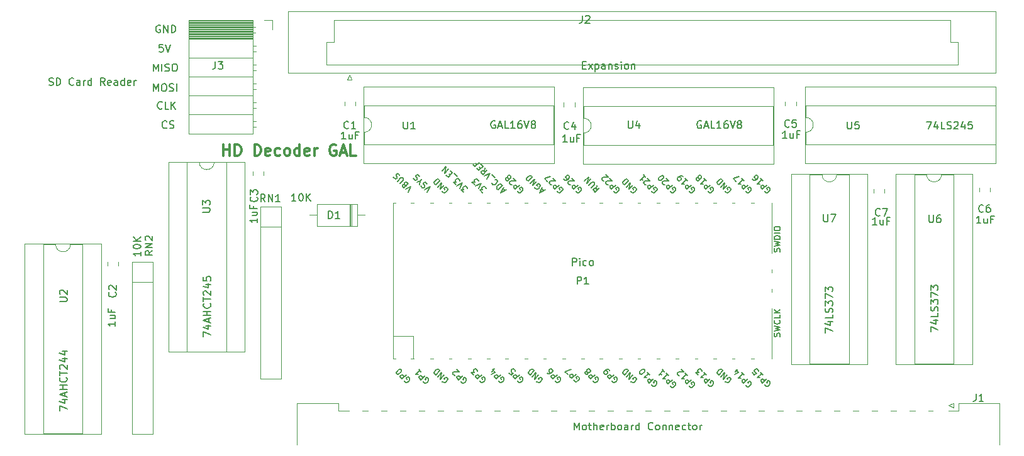
<source format=gbr>
%TF.GenerationSoftware,KiCad,Pcbnew,(6.0.9)*%
%TF.CreationDate,2022-12-18T09:22:53+00:00*%
%TF.ProjectId,Apricot-Hard-Disk-Interface,41707269-636f-4742-9d48-6172642d4469,rev?*%
%TF.SameCoordinates,Original*%
%TF.FileFunction,Legend,Top*%
%TF.FilePolarity,Positive*%
%FSLAX46Y46*%
G04 Gerber Fmt 4.6, Leading zero omitted, Abs format (unit mm)*
G04 Created by KiCad (PCBNEW (6.0.9)) date 2022-12-18 09:22:53*
%MOMM*%
%LPD*%
G01*
G04 APERTURE LIST*
%ADD10C,0.150000*%
%ADD11C,0.300000*%
%ADD12C,0.120000*%
G04 APERTURE END LIST*
D10*
X98328571Y-87352380D02*
X98328571Y-86352380D01*
X98661904Y-87066666D01*
X98995238Y-86352380D01*
X98995238Y-87352380D01*
X99471428Y-87352380D02*
X99471428Y-86352380D01*
X99900000Y-87304761D02*
X100042857Y-87352380D01*
X100280952Y-87352380D01*
X100376190Y-87304761D01*
X100423809Y-87257142D01*
X100471428Y-87161904D01*
X100471428Y-87066666D01*
X100423809Y-86971428D01*
X100376190Y-86923809D01*
X100280952Y-86876190D01*
X100090476Y-86828571D01*
X99995238Y-86780952D01*
X99947619Y-86733333D01*
X99900000Y-86638095D01*
X99900000Y-86542857D01*
X99947619Y-86447619D01*
X99995238Y-86400000D01*
X100090476Y-86352380D01*
X100328571Y-86352380D01*
X100471428Y-86400000D01*
X101090476Y-86352380D02*
X101280952Y-86352380D01*
X101376190Y-86400000D01*
X101471428Y-86495238D01*
X101519047Y-86685714D01*
X101519047Y-87019047D01*
X101471428Y-87209523D01*
X101376190Y-87304761D01*
X101280952Y-87352380D01*
X101090476Y-87352380D01*
X100995238Y-87304761D01*
X100900000Y-87209523D01*
X100852380Y-87019047D01*
X100852380Y-86685714D01*
X100900000Y-86495238D01*
X100995238Y-86400000D01*
X101090476Y-86352380D01*
X98328571Y-90052380D02*
X98328571Y-89052380D01*
X98661904Y-89766666D01*
X98995238Y-89052380D01*
X98995238Y-90052380D01*
X99661904Y-89052380D02*
X99852380Y-89052380D01*
X99947619Y-89100000D01*
X100042857Y-89195238D01*
X100090476Y-89385714D01*
X100090476Y-89719047D01*
X100042857Y-89909523D01*
X99947619Y-90004761D01*
X99852380Y-90052380D01*
X99661904Y-90052380D01*
X99566666Y-90004761D01*
X99471428Y-89909523D01*
X99423809Y-89719047D01*
X99423809Y-89385714D01*
X99471428Y-89195238D01*
X99566666Y-89100000D01*
X99661904Y-89052380D01*
X100471428Y-90004761D02*
X100614285Y-90052380D01*
X100852380Y-90052380D01*
X100947619Y-90004761D01*
X100995238Y-89957142D01*
X101042857Y-89861904D01*
X101042857Y-89766666D01*
X100995238Y-89671428D01*
X100947619Y-89623809D01*
X100852380Y-89576190D01*
X100661904Y-89528571D01*
X100566666Y-89480952D01*
X100519047Y-89433333D01*
X100471428Y-89338095D01*
X100471428Y-89242857D01*
X100519047Y-89147619D01*
X100566666Y-89100000D01*
X100661904Y-89052380D01*
X100900000Y-89052380D01*
X101042857Y-89100000D01*
X101471428Y-90052380D02*
X101471428Y-89052380D01*
X84266666Y-89204761D02*
X84409523Y-89252380D01*
X84647619Y-89252380D01*
X84742857Y-89204761D01*
X84790476Y-89157142D01*
X84838095Y-89061904D01*
X84838095Y-88966666D01*
X84790476Y-88871428D01*
X84742857Y-88823809D01*
X84647619Y-88776190D01*
X84457142Y-88728571D01*
X84361904Y-88680952D01*
X84314285Y-88633333D01*
X84266666Y-88538095D01*
X84266666Y-88442857D01*
X84314285Y-88347619D01*
X84361904Y-88300000D01*
X84457142Y-88252380D01*
X84695238Y-88252380D01*
X84838095Y-88300000D01*
X85266666Y-89252380D02*
X85266666Y-88252380D01*
X85504761Y-88252380D01*
X85647619Y-88300000D01*
X85742857Y-88395238D01*
X85790476Y-88490476D01*
X85838095Y-88680952D01*
X85838095Y-88823809D01*
X85790476Y-89014285D01*
X85742857Y-89109523D01*
X85647619Y-89204761D01*
X85504761Y-89252380D01*
X85266666Y-89252380D01*
X87600000Y-89157142D02*
X87552380Y-89204761D01*
X87409523Y-89252380D01*
X87314285Y-89252380D01*
X87171428Y-89204761D01*
X87076190Y-89109523D01*
X87028571Y-89014285D01*
X86980952Y-88823809D01*
X86980952Y-88680952D01*
X87028571Y-88490476D01*
X87076190Y-88395238D01*
X87171428Y-88300000D01*
X87314285Y-88252380D01*
X87409523Y-88252380D01*
X87552380Y-88300000D01*
X87600000Y-88347619D01*
X88457142Y-89252380D02*
X88457142Y-88728571D01*
X88409523Y-88633333D01*
X88314285Y-88585714D01*
X88123809Y-88585714D01*
X88028571Y-88633333D01*
X88457142Y-89204761D02*
X88361904Y-89252380D01*
X88123809Y-89252380D01*
X88028571Y-89204761D01*
X87980952Y-89109523D01*
X87980952Y-89014285D01*
X88028571Y-88919047D01*
X88123809Y-88871428D01*
X88361904Y-88871428D01*
X88457142Y-88823809D01*
X88933333Y-89252380D02*
X88933333Y-88585714D01*
X88933333Y-88776190D02*
X88980952Y-88680952D01*
X89028571Y-88633333D01*
X89123809Y-88585714D01*
X89219047Y-88585714D01*
X89980952Y-89252380D02*
X89980952Y-88252380D01*
X89980952Y-89204761D02*
X89885714Y-89252380D01*
X89695238Y-89252380D01*
X89600000Y-89204761D01*
X89552380Y-89157142D01*
X89504761Y-89061904D01*
X89504761Y-88776190D01*
X89552380Y-88680952D01*
X89600000Y-88633333D01*
X89695238Y-88585714D01*
X89885714Y-88585714D01*
X89980952Y-88633333D01*
X91790476Y-89252380D02*
X91457142Y-88776190D01*
X91219047Y-89252380D02*
X91219047Y-88252380D01*
X91600000Y-88252380D01*
X91695238Y-88300000D01*
X91742857Y-88347619D01*
X91790476Y-88442857D01*
X91790476Y-88585714D01*
X91742857Y-88680952D01*
X91695238Y-88728571D01*
X91600000Y-88776190D01*
X91219047Y-88776190D01*
X92600000Y-89204761D02*
X92504761Y-89252380D01*
X92314285Y-89252380D01*
X92219047Y-89204761D01*
X92171428Y-89109523D01*
X92171428Y-88728571D01*
X92219047Y-88633333D01*
X92314285Y-88585714D01*
X92504761Y-88585714D01*
X92600000Y-88633333D01*
X92647619Y-88728571D01*
X92647619Y-88823809D01*
X92171428Y-88919047D01*
X93504761Y-89252380D02*
X93504761Y-88728571D01*
X93457142Y-88633333D01*
X93361904Y-88585714D01*
X93171428Y-88585714D01*
X93076190Y-88633333D01*
X93504761Y-89204761D02*
X93409523Y-89252380D01*
X93171428Y-89252380D01*
X93076190Y-89204761D01*
X93028571Y-89109523D01*
X93028571Y-89014285D01*
X93076190Y-88919047D01*
X93171428Y-88871428D01*
X93409523Y-88871428D01*
X93504761Y-88823809D01*
X94409523Y-89252380D02*
X94409523Y-88252380D01*
X94409523Y-89204761D02*
X94314285Y-89252380D01*
X94123809Y-89252380D01*
X94028571Y-89204761D01*
X93980952Y-89157142D01*
X93933333Y-89061904D01*
X93933333Y-88776190D01*
X93980952Y-88680952D01*
X94028571Y-88633333D01*
X94123809Y-88585714D01*
X94314285Y-88585714D01*
X94409523Y-88633333D01*
X95266666Y-89204761D02*
X95171428Y-89252380D01*
X94980952Y-89252380D01*
X94885714Y-89204761D01*
X94838095Y-89109523D01*
X94838095Y-88728571D01*
X94885714Y-88633333D01*
X94980952Y-88585714D01*
X95171428Y-88585714D01*
X95266666Y-88633333D01*
X95314285Y-88728571D01*
X95314285Y-88823809D01*
X94838095Y-88919047D01*
X95742857Y-89252380D02*
X95742857Y-88585714D01*
X95742857Y-88776190D02*
X95790476Y-88680952D01*
X95838095Y-88633333D01*
X95933333Y-88585714D01*
X96028571Y-88585714D01*
X100133333Y-94957142D02*
X100085714Y-95004761D01*
X99942857Y-95052380D01*
X99847619Y-95052380D01*
X99704761Y-95004761D01*
X99609523Y-94909523D01*
X99561904Y-94814285D01*
X99514285Y-94623809D01*
X99514285Y-94480952D01*
X99561904Y-94290476D01*
X99609523Y-94195238D01*
X99704761Y-94100000D01*
X99847619Y-94052380D01*
X99942857Y-94052380D01*
X100085714Y-94100000D01*
X100133333Y-94147619D01*
X100514285Y-95004761D02*
X100657142Y-95052380D01*
X100895238Y-95052380D01*
X100990476Y-95004761D01*
X101038095Y-94957142D01*
X101085714Y-94861904D01*
X101085714Y-94766666D01*
X101038095Y-94671428D01*
X100990476Y-94623809D01*
X100895238Y-94576190D01*
X100704761Y-94528571D01*
X100609523Y-94480952D01*
X100561904Y-94433333D01*
X100514285Y-94338095D01*
X100514285Y-94242857D01*
X100561904Y-94147619D01*
X100609523Y-94100000D01*
X100704761Y-94052380D01*
X100942857Y-94052380D01*
X101085714Y-94100000D01*
X99504761Y-92357142D02*
X99457142Y-92404761D01*
X99314285Y-92452380D01*
X99219047Y-92452380D01*
X99076190Y-92404761D01*
X98980952Y-92309523D01*
X98933333Y-92214285D01*
X98885714Y-92023809D01*
X98885714Y-91880952D01*
X98933333Y-91690476D01*
X98980952Y-91595238D01*
X99076190Y-91500000D01*
X99219047Y-91452380D01*
X99314285Y-91452380D01*
X99457142Y-91500000D01*
X99504761Y-91547619D01*
X100409523Y-92452380D02*
X99933333Y-92452380D01*
X99933333Y-91452380D01*
X100742857Y-92452380D02*
X100742857Y-91452380D01*
X101314285Y-92452380D02*
X100885714Y-91880952D01*
X101314285Y-91452380D02*
X100742857Y-92023809D01*
X99609523Y-83752380D02*
X99133333Y-83752380D01*
X99085714Y-84228571D01*
X99133333Y-84180952D01*
X99228571Y-84133333D01*
X99466666Y-84133333D01*
X99561904Y-84180952D01*
X99609523Y-84228571D01*
X99657142Y-84323809D01*
X99657142Y-84561904D01*
X99609523Y-84657142D01*
X99561904Y-84704761D01*
X99466666Y-84752380D01*
X99228571Y-84752380D01*
X99133333Y-84704761D01*
X99085714Y-84657142D01*
X99942857Y-83752380D02*
X100276190Y-84752380D01*
X100609523Y-83752380D01*
D11*
X107728571Y-98728571D02*
X107728571Y-97228571D01*
X107728571Y-97942857D02*
X108585714Y-97942857D01*
X108585714Y-98728571D02*
X108585714Y-97228571D01*
X109300000Y-98728571D02*
X109300000Y-97228571D01*
X109657142Y-97228571D01*
X109871428Y-97300000D01*
X110014285Y-97442857D01*
X110085714Y-97585714D01*
X110157142Y-97871428D01*
X110157142Y-98085714D01*
X110085714Y-98371428D01*
X110014285Y-98514285D01*
X109871428Y-98657142D01*
X109657142Y-98728571D01*
X109300000Y-98728571D01*
X111942857Y-98728571D02*
X111942857Y-97228571D01*
X112300000Y-97228571D01*
X112514285Y-97300000D01*
X112657142Y-97442857D01*
X112728571Y-97585714D01*
X112800000Y-97871428D01*
X112800000Y-98085714D01*
X112728571Y-98371428D01*
X112657142Y-98514285D01*
X112514285Y-98657142D01*
X112300000Y-98728571D01*
X111942857Y-98728571D01*
X114014285Y-98657142D02*
X113871428Y-98728571D01*
X113585714Y-98728571D01*
X113442857Y-98657142D01*
X113371428Y-98514285D01*
X113371428Y-97942857D01*
X113442857Y-97800000D01*
X113585714Y-97728571D01*
X113871428Y-97728571D01*
X114014285Y-97800000D01*
X114085714Y-97942857D01*
X114085714Y-98085714D01*
X113371428Y-98228571D01*
X115371428Y-98657142D02*
X115228571Y-98728571D01*
X114942857Y-98728571D01*
X114800000Y-98657142D01*
X114728571Y-98585714D01*
X114657142Y-98442857D01*
X114657142Y-98014285D01*
X114728571Y-97871428D01*
X114800000Y-97800000D01*
X114942857Y-97728571D01*
X115228571Y-97728571D01*
X115371428Y-97800000D01*
X116228571Y-98728571D02*
X116085714Y-98657142D01*
X116014285Y-98585714D01*
X115942857Y-98442857D01*
X115942857Y-98014285D01*
X116014285Y-97871428D01*
X116085714Y-97800000D01*
X116228571Y-97728571D01*
X116442857Y-97728571D01*
X116585714Y-97800000D01*
X116657142Y-97871428D01*
X116728571Y-98014285D01*
X116728571Y-98442857D01*
X116657142Y-98585714D01*
X116585714Y-98657142D01*
X116442857Y-98728571D01*
X116228571Y-98728571D01*
X118014285Y-98728571D02*
X118014285Y-97228571D01*
X118014285Y-98657142D02*
X117871428Y-98728571D01*
X117585714Y-98728571D01*
X117442857Y-98657142D01*
X117371428Y-98585714D01*
X117300000Y-98442857D01*
X117300000Y-98014285D01*
X117371428Y-97871428D01*
X117442857Y-97800000D01*
X117585714Y-97728571D01*
X117871428Y-97728571D01*
X118014285Y-97800000D01*
X119300000Y-98657142D02*
X119157142Y-98728571D01*
X118871428Y-98728571D01*
X118728571Y-98657142D01*
X118657142Y-98514285D01*
X118657142Y-97942857D01*
X118728571Y-97800000D01*
X118871428Y-97728571D01*
X119157142Y-97728571D01*
X119300000Y-97800000D01*
X119371428Y-97942857D01*
X119371428Y-98085714D01*
X118657142Y-98228571D01*
X120014285Y-98728571D02*
X120014285Y-97728571D01*
X120014285Y-98014285D02*
X120085714Y-97871428D01*
X120157142Y-97800000D01*
X120300000Y-97728571D01*
X120442857Y-97728571D01*
X122871428Y-97300000D02*
X122728571Y-97228571D01*
X122514285Y-97228571D01*
X122300000Y-97300000D01*
X122157142Y-97442857D01*
X122085714Y-97585714D01*
X122014285Y-97871428D01*
X122014285Y-98085714D01*
X122085714Y-98371428D01*
X122157142Y-98514285D01*
X122300000Y-98657142D01*
X122514285Y-98728571D01*
X122657142Y-98728571D01*
X122871428Y-98657142D01*
X122942857Y-98585714D01*
X122942857Y-98085714D01*
X122657142Y-98085714D01*
X123514285Y-98300000D02*
X124228571Y-98300000D01*
X123371428Y-98728571D02*
X123871428Y-97228571D01*
X124371428Y-98728571D01*
X125585714Y-98728571D02*
X124871428Y-98728571D01*
X124871428Y-97228571D01*
D10*
X99238095Y-81200000D02*
X99142857Y-81152380D01*
X99000000Y-81152380D01*
X98857142Y-81200000D01*
X98761904Y-81295238D01*
X98714285Y-81390476D01*
X98666666Y-81580952D01*
X98666666Y-81723809D01*
X98714285Y-81914285D01*
X98761904Y-82009523D01*
X98857142Y-82104761D01*
X99000000Y-82152380D01*
X99095238Y-82152380D01*
X99238095Y-82104761D01*
X99285714Y-82057142D01*
X99285714Y-81723809D01*
X99095238Y-81723809D01*
X99714285Y-82152380D02*
X99714285Y-81152380D01*
X100285714Y-82152380D01*
X100285714Y-81152380D01*
X100761904Y-82152380D02*
X100761904Y-81152380D01*
X101000000Y-81152380D01*
X101142857Y-81200000D01*
X101238095Y-81295238D01*
X101285714Y-81390476D01*
X101333333Y-81580952D01*
X101333333Y-81723809D01*
X101285714Y-81914285D01*
X101238095Y-82009523D01*
X101142857Y-82104761D01*
X101000000Y-82152380D01*
X100761904Y-82152380D01*
%TO.C,U3*%
X104952380Y-106336904D02*
X105761904Y-106336904D01*
X105857142Y-106289285D01*
X105904761Y-106241666D01*
X105952380Y-106146428D01*
X105952380Y-105955952D01*
X105904761Y-105860714D01*
X105857142Y-105813095D01*
X105761904Y-105765476D01*
X104952380Y-105765476D01*
X104952380Y-105384523D02*
X104952380Y-104765476D01*
X105333333Y-105098809D01*
X105333333Y-104955952D01*
X105380952Y-104860714D01*
X105428571Y-104813095D01*
X105523809Y-104765476D01*
X105761904Y-104765476D01*
X105857142Y-104813095D01*
X105904761Y-104860714D01*
X105952380Y-104955952D01*
X105952380Y-105241666D01*
X105904761Y-105336904D01*
X105857142Y-105384523D01*
X105052380Y-123146428D02*
X105052380Y-122479761D01*
X106052380Y-122908333D01*
X105385714Y-121670238D02*
X106052380Y-121670238D01*
X105004761Y-121908333D02*
X105719047Y-122146428D01*
X105719047Y-121527380D01*
X105766666Y-121194047D02*
X105766666Y-120717857D01*
X106052380Y-121289285D02*
X105052380Y-120955952D01*
X106052380Y-120622619D01*
X106052380Y-120289285D02*
X105052380Y-120289285D01*
X105528571Y-120289285D02*
X105528571Y-119717857D01*
X106052380Y-119717857D02*
X105052380Y-119717857D01*
X105957142Y-118670238D02*
X106004761Y-118717857D01*
X106052380Y-118860714D01*
X106052380Y-118955952D01*
X106004761Y-119098809D01*
X105909523Y-119194047D01*
X105814285Y-119241666D01*
X105623809Y-119289285D01*
X105480952Y-119289285D01*
X105290476Y-119241666D01*
X105195238Y-119194047D01*
X105100000Y-119098809D01*
X105052380Y-118955952D01*
X105052380Y-118860714D01*
X105100000Y-118717857D01*
X105147619Y-118670238D01*
X105052380Y-118384523D02*
X105052380Y-117813095D01*
X106052380Y-118098809D02*
X105052380Y-118098809D01*
X105147619Y-117527380D02*
X105100000Y-117479761D01*
X105052380Y-117384523D01*
X105052380Y-117146428D01*
X105100000Y-117051190D01*
X105147619Y-117003571D01*
X105242857Y-116955952D01*
X105338095Y-116955952D01*
X105480952Y-117003571D01*
X106052380Y-117575000D01*
X106052380Y-116955952D01*
X105385714Y-116098809D02*
X106052380Y-116098809D01*
X105004761Y-116336904D02*
X105719047Y-116575000D01*
X105719047Y-115955952D01*
X105052380Y-115098809D02*
X105052380Y-115575000D01*
X105528571Y-115622619D01*
X105480952Y-115575000D01*
X105433333Y-115479761D01*
X105433333Y-115241666D01*
X105480952Y-115146428D01*
X105528571Y-115098809D01*
X105623809Y-115051190D01*
X105861904Y-115051190D01*
X105957142Y-115098809D01*
X106004761Y-115146428D01*
X106052380Y-115241666D01*
X106052380Y-115479761D01*
X106004761Y-115575000D01*
X105957142Y-115622619D01*
%TO.C,C6*%
X210033333Y-106257142D02*
X209985714Y-106304761D01*
X209842857Y-106352380D01*
X209747619Y-106352380D01*
X209604761Y-106304761D01*
X209509523Y-106209523D01*
X209461904Y-106114285D01*
X209414285Y-105923809D01*
X209414285Y-105780952D01*
X209461904Y-105590476D01*
X209509523Y-105495238D01*
X209604761Y-105400000D01*
X209747619Y-105352380D01*
X209842857Y-105352380D01*
X209985714Y-105400000D01*
X210033333Y-105447619D01*
X210890476Y-105352380D02*
X210700000Y-105352380D01*
X210604761Y-105400000D01*
X210557142Y-105447619D01*
X210461904Y-105590476D01*
X210414285Y-105780952D01*
X210414285Y-106161904D01*
X210461904Y-106257142D01*
X210509523Y-106304761D01*
X210604761Y-106352380D01*
X210795238Y-106352380D01*
X210890476Y-106304761D01*
X210938095Y-106257142D01*
X210985714Y-106161904D01*
X210985714Y-105923809D01*
X210938095Y-105828571D01*
X210890476Y-105780952D01*
X210795238Y-105733333D01*
X210604761Y-105733333D01*
X210509523Y-105780952D01*
X210461904Y-105828571D01*
X210414285Y-105923809D01*
X209704761Y-107852380D02*
X209133333Y-107852380D01*
X209419047Y-107852380D02*
X209419047Y-106852380D01*
X209323809Y-106995238D01*
X209228571Y-107090476D01*
X209133333Y-107138095D01*
X210561904Y-107185714D02*
X210561904Y-107852380D01*
X210133333Y-107185714D02*
X210133333Y-107709523D01*
X210180952Y-107804761D01*
X210276190Y-107852380D01*
X210419047Y-107852380D01*
X210514285Y-107804761D01*
X210561904Y-107757142D01*
X211371428Y-107328571D02*
X211038095Y-107328571D01*
X211038095Y-107852380D02*
X211038095Y-106852380D01*
X211514285Y-106852380D01*
%TO.C,C2*%
X93207142Y-117166666D02*
X93254761Y-117214285D01*
X93302380Y-117357142D01*
X93302380Y-117452380D01*
X93254761Y-117595238D01*
X93159523Y-117690476D01*
X93064285Y-117738095D01*
X92873809Y-117785714D01*
X92730952Y-117785714D01*
X92540476Y-117738095D01*
X92445238Y-117690476D01*
X92350000Y-117595238D01*
X92302380Y-117452380D01*
X92302380Y-117357142D01*
X92350000Y-117214285D01*
X92397619Y-117166666D01*
X92397619Y-116785714D02*
X92350000Y-116738095D01*
X92302380Y-116642857D01*
X92302380Y-116404761D01*
X92350000Y-116309523D01*
X92397619Y-116261904D01*
X92492857Y-116214285D01*
X92588095Y-116214285D01*
X92730952Y-116261904D01*
X93302380Y-116833333D01*
X93302380Y-116214285D01*
X93202380Y-121145238D02*
X93202380Y-121716666D01*
X93202380Y-121430952D02*
X92202380Y-121430952D01*
X92345238Y-121526190D01*
X92440476Y-121621428D01*
X92488095Y-121716666D01*
X92535714Y-120288095D02*
X93202380Y-120288095D01*
X92535714Y-120716666D02*
X93059523Y-120716666D01*
X93154761Y-120669047D01*
X93202380Y-120573809D01*
X93202380Y-120430952D01*
X93154761Y-120335714D01*
X93107142Y-120288095D01*
X92678571Y-119478571D02*
X92678571Y-119811904D01*
X93202380Y-119811904D02*
X92202380Y-119811904D01*
X92202380Y-119335714D01*
%TO.C,U1*%
X131988095Y-94152380D02*
X131988095Y-94961904D01*
X132035714Y-95057142D01*
X132083333Y-95104761D01*
X132178571Y-95152380D01*
X132369047Y-95152380D01*
X132464285Y-95104761D01*
X132511904Y-95057142D01*
X132559523Y-94961904D01*
X132559523Y-94152380D01*
X133559523Y-95152380D02*
X132988095Y-95152380D01*
X133273809Y-95152380D02*
X133273809Y-94152380D01*
X133178571Y-94295238D01*
X133083333Y-94390476D01*
X132988095Y-94438095D01*
X144321428Y-94100000D02*
X144226190Y-94052380D01*
X144083333Y-94052380D01*
X143940476Y-94100000D01*
X143845238Y-94195238D01*
X143797619Y-94290476D01*
X143750000Y-94480952D01*
X143750000Y-94623809D01*
X143797619Y-94814285D01*
X143845238Y-94909523D01*
X143940476Y-95004761D01*
X144083333Y-95052380D01*
X144178571Y-95052380D01*
X144321428Y-95004761D01*
X144369047Y-94957142D01*
X144369047Y-94623809D01*
X144178571Y-94623809D01*
X144750000Y-94766666D02*
X145226190Y-94766666D01*
X144654761Y-95052380D02*
X144988095Y-94052380D01*
X145321428Y-95052380D01*
X146130952Y-95052380D02*
X145654761Y-95052380D01*
X145654761Y-94052380D01*
X146988095Y-95052380D02*
X146416666Y-95052380D01*
X146702380Y-95052380D02*
X146702380Y-94052380D01*
X146607142Y-94195238D01*
X146511904Y-94290476D01*
X146416666Y-94338095D01*
X147845238Y-94052380D02*
X147654761Y-94052380D01*
X147559523Y-94100000D01*
X147511904Y-94147619D01*
X147416666Y-94290476D01*
X147369047Y-94480952D01*
X147369047Y-94861904D01*
X147416666Y-94957142D01*
X147464285Y-95004761D01*
X147559523Y-95052380D01*
X147750000Y-95052380D01*
X147845238Y-95004761D01*
X147892857Y-94957142D01*
X147940476Y-94861904D01*
X147940476Y-94623809D01*
X147892857Y-94528571D01*
X147845238Y-94480952D01*
X147750000Y-94433333D01*
X147559523Y-94433333D01*
X147464285Y-94480952D01*
X147416666Y-94528571D01*
X147369047Y-94623809D01*
X148226190Y-94052380D02*
X148559523Y-95052380D01*
X148892857Y-94052380D01*
X149369047Y-94480952D02*
X149273809Y-94433333D01*
X149226190Y-94385714D01*
X149178571Y-94290476D01*
X149178571Y-94242857D01*
X149226190Y-94147619D01*
X149273809Y-94100000D01*
X149369047Y-94052380D01*
X149559523Y-94052380D01*
X149654761Y-94100000D01*
X149702380Y-94147619D01*
X149750000Y-94242857D01*
X149750000Y-94290476D01*
X149702380Y-94385714D01*
X149654761Y-94433333D01*
X149559523Y-94480952D01*
X149369047Y-94480952D01*
X149273809Y-94528571D01*
X149226190Y-94576190D01*
X149178571Y-94671428D01*
X149178571Y-94861904D01*
X149226190Y-94957142D01*
X149273809Y-95004761D01*
X149369047Y-95052380D01*
X149559523Y-95052380D01*
X149654761Y-95004761D01*
X149702380Y-94957142D01*
X149750000Y-94861904D01*
X149750000Y-94671428D01*
X149702380Y-94576190D01*
X149654761Y-94528571D01*
X149559523Y-94480952D01*
%TO.C,D1*%
X121891904Y-107202380D02*
X121891904Y-106202380D01*
X122130000Y-106202380D01*
X122272857Y-106250000D01*
X122368095Y-106345238D01*
X122415714Y-106440476D01*
X122463333Y-106630952D01*
X122463333Y-106773809D01*
X122415714Y-106964285D01*
X122368095Y-107059523D01*
X122272857Y-107154761D01*
X122130000Y-107202380D01*
X121891904Y-107202380D01*
X123415714Y-107202380D02*
X122844285Y-107202380D01*
X123130000Y-107202380D02*
X123130000Y-106202380D01*
X123034761Y-106345238D01*
X122939523Y-106440476D01*
X122844285Y-106488095D01*
%TO.C,U6*%
X202738095Y-106752380D02*
X202738095Y-107561904D01*
X202785714Y-107657142D01*
X202833333Y-107704761D01*
X202928571Y-107752380D01*
X203119047Y-107752380D01*
X203214285Y-107704761D01*
X203261904Y-107657142D01*
X203309523Y-107561904D01*
X203309523Y-106752380D01*
X204214285Y-106752380D02*
X204023809Y-106752380D01*
X203928571Y-106800000D01*
X203880952Y-106847619D01*
X203785714Y-106990476D01*
X203738095Y-107180952D01*
X203738095Y-107561904D01*
X203785714Y-107657142D01*
X203833333Y-107704761D01*
X203928571Y-107752380D01*
X204119047Y-107752380D01*
X204214285Y-107704761D01*
X204261904Y-107657142D01*
X204309523Y-107561904D01*
X204309523Y-107323809D01*
X204261904Y-107228571D01*
X204214285Y-107180952D01*
X204119047Y-107133333D01*
X203928571Y-107133333D01*
X203833333Y-107180952D01*
X203785714Y-107228571D01*
X203738095Y-107323809D01*
X202952380Y-122419047D02*
X202952380Y-121752380D01*
X203952380Y-122180952D01*
X203285714Y-120942857D02*
X203952380Y-120942857D01*
X202904761Y-121180952D02*
X203619047Y-121419047D01*
X203619047Y-120800000D01*
X203952380Y-119942857D02*
X203952380Y-120419047D01*
X202952380Y-120419047D01*
X203904761Y-119657142D02*
X203952380Y-119514285D01*
X203952380Y-119276190D01*
X203904761Y-119180952D01*
X203857142Y-119133333D01*
X203761904Y-119085714D01*
X203666666Y-119085714D01*
X203571428Y-119133333D01*
X203523809Y-119180952D01*
X203476190Y-119276190D01*
X203428571Y-119466666D01*
X203380952Y-119561904D01*
X203333333Y-119609523D01*
X203238095Y-119657142D01*
X203142857Y-119657142D01*
X203047619Y-119609523D01*
X203000000Y-119561904D01*
X202952380Y-119466666D01*
X202952380Y-119228571D01*
X203000000Y-119085714D01*
X202952380Y-118752380D02*
X202952380Y-118133333D01*
X203333333Y-118466666D01*
X203333333Y-118323809D01*
X203380952Y-118228571D01*
X203428571Y-118180952D01*
X203523809Y-118133333D01*
X203761904Y-118133333D01*
X203857142Y-118180952D01*
X203904761Y-118228571D01*
X203952380Y-118323809D01*
X203952380Y-118609523D01*
X203904761Y-118704761D01*
X203857142Y-118752380D01*
X202952380Y-117800000D02*
X202952380Y-117133333D01*
X203952380Y-117561904D01*
X202952380Y-116847619D02*
X202952380Y-116228571D01*
X203333333Y-116561904D01*
X203333333Y-116419047D01*
X203380952Y-116323809D01*
X203428571Y-116276190D01*
X203523809Y-116228571D01*
X203761904Y-116228571D01*
X203857142Y-116276190D01*
X203904761Y-116323809D01*
X203952380Y-116419047D01*
X203952380Y-116704761D01*
X203904761Y-116800000D01*
X203857142Y-116847619D01*
%TO.C,RN2*%
X98202380Y-111565476D02*
X97726190Y-111898809D01*
X98202380Y-112136904D02*
X97202380Y-112136904D01*
X97202380Y-111755952D01*
X97250000Y-111660714D01*
X97297619Y-111613095D01*
X97392857Y-111565476D01*
X97535714Y-111565476D01*
X97630952Y-111613095D01*
X97678571Y-111660714D01*
X97726190Y-111755952D01*
X97726190Y-112136904D01*
X98202380Y-111136904D02*
X97202380Y-111136904D01*
X98202380Y-110565476D01*
X97202380Y-110565476D01*
X97297619Y-110136904D02*
X97250000Y-110089285D01*
X97202380Y-109994047D01*
X97202380Y-109755952D01*
X97250000Y-109660714D01*
X97297619Y-109613095D01*
X97392857Y-109565476D01*
X97488095Y-109565476D01*
X97630952Y-109613095D01*
X98202380Y-110184523D01*
X98202380Y-109565476D01*
X96602380Y-111665476D02*
X96602380Y-112236904D01*
X96602380Y-111951190D02*
X95602380Y-111951190D01*
X95745238Y-112046428D01*
X95840476Y-112141666D01*
X95888095Y-112236904D01*
X95602380Y-111046428D02*
X95602380Y-110951190D01*
X95650000Y-110855952D01*
X95697619Y-110808333D01*
X95792857Y-110760714D01*
X95983333Y-110713095D01*
X96221428Y-110713095D01*
X96411904Y-110760714D01*
X96507142Y-110808333D01*
X96554761Y-110855952D01*
X96602380Y-110951190D01*
X96602380Y-111046428D01*
X96554761Y-111141666D01*
X96507142Y-111189285D01*
X96411904Y-111236904D01*
X96221428Y-111284523D01*
X95983333Y-111284523D01*
X95792857Y-111236904D01*
X95697619Y-111189285D01*
X95650000Y-111141666D01*
X95602380Y-111046428D01*
X96602380Y-110284523D02*
X95602380Y-110284523D01*
X96602380Y-109713095D02*
X96030952Y-110141666D01*
X95602380Y-109713095D02*
X96173809Y-110284523D01*
%TO.C,U7*%
X188538095Y-106652380D02*
X188538095Y-107461904D01*
X188585714Y-107557142D01*
X188633333Y-107604761D01*
X188728571Y-107652380D01*
X188919047Y-107652380D01*
X189014285Y-107604761D01*
X189061904Y-107557142D01*
X189109523Y-107461904D01*
X189109523Y-106652380D01*
X189490476Y-106652380D02*
X190157142Y-106652380D01*
X189728571Y-107652380D01*
X188762380Y-122619047D02*
X188762380Y-121952380D01*
X189762380Y-122380952D01*
X189095714Y-121142857D02*
X189762380Y-121142857D01*
X188714761Y-121380952D02*
X189429047Y-121619047D01*
X189429047Y-121000000D01*
X189762380Y-120142857D02*
X189762380Y-120619047D01*
X188762380Y-120619047D01*
X189714761Y-119857142D02*
X189762380Y-119714285D01*
X189762380Y-119476190D01*
X189714761Y-119380952D01*
X189667142Y-119333333D01*
X189571904Y-119285714D01*
X189476666Y-119285714D01*
X189381428Y-119333333D01*
X189333809Y-119380952D01*
X189286190Y-119476190D01*
X189238571Y-119666666D01*
X189190952Y-119761904D01*
X189143333Y-119809523D01*
X189048095Y-119857142D01*
X188952857Y-119857142D01*
X188857619Y-119809523D01*
X188810000Y-119761904D01*
X188762380Y-119666666D01*
X188762380Y-119428571D01*
X188810000Y-119285714D01*
X188762380Y-118952380D02*
X188762380Y-118333333D01*
X189143333Y-118666666D01*
X189143333Y-118523809D01*
X189190952Y-118428571D01*
X189238571Y-118380952D01*
X189333809Y-118333333D01*
X189571904Y-118333333D01*
X189667142Y-118380952D01*
X189714761Y-118428571D01*
X189762380Y-118523809D01*
X189762380Y-118809523D01*
X189714761Y-118904761D01*
X189667142Y-118952380D01*
X188762380Y-118000000D02*
X188762380Y-117333333D01*
X189762380Y-117761904D01*
X188762380Y-117047619D02*
X188762380Y-116428571D01*
X189143333Y-116761904D01*
X189143333Y-116619047D01*
X189190952Y-116523809D01*
X189238571Y-116476190D01*
X189333809Y-116428571D01*
X189571904Y-116428571D01*
X189667142Y-116476190D01*
X189714761Y-116523809D01*
X189762380Y-116619047D01*
X189762380Y-116904761D01*
X189714761Y-117000000D01*
X189667142Y-117047619D01*
%TO.C,C7*%
X196133333Y-106757142D02*
X196085714Y-106804761D01*
X195942857Y-106852380D01*
X195847619Y-106852380D01*
X195704761Y-106804761D01*
X195609523Y-106709523D01*
X195561904Y-106614285D01*
X195514285Y-106423809D01*
X195514285Y-106280952D01*
X195561904Y-106090476D01*
X195609523Y-105995238D01*
X195704761Y-105900000D01*
X195847619Y-105852380D01*
X195942857Y-105852380D01*
X196085714Y-105900000D01*
X196133333Y-105947619D01*
X196466666Y-105852380D02*
X197133333Y-105852380D01*
X196704761Y-106852380D01*
X195704761Y-108052380D02*
X195133333Y-108052380D01*
X195419047Y-108052380D02*
X195419047Y-107052380D01*
X195323809Y-107195238D01*
X195228571Y-107290476D01*
X195133333Y-107338095D01*
X196561904Y-107385714D02*
X196561904Y-108052380D01*
X196133333Y-107385714D02*
X196133333Y-107909523D01*
X196180952Y-108004761D01*
X196276190Y-108052380D01*
X196419047Y-108052380D01*
X196514285Y-108004761D01*
X196561904Y-107957142D01*
X197371428Y-107528571D02*
X197038095Y-107528571D01*
X197038095Y-108052380D02*
X197038095Y-107052380D01*
X197514285Y-107052380D01*
%TO.C,U2*%
X85702380Y-118411904D02*
X86511904Y-118411904D01*
X86607142Y-118364285D01*
X86654761Y-118316666D01*
X86702380Y-118221428D01*
X86702380Y-118030952D01*
X86654761Y-117935714D01*
X86607142Y-117888095D01*
X86511904Y-117840476D01*
X85702380Y-117840476D01*
X85797619Y-117411904D02*
X85750000Y-117364285D01*
X85702380Y-117269047D01*
X85702380Y-117030952D01*
X85750000Y-116935714D01*
X85797619Y-116888095D01*
X85892857Y-116840476D01*
X85988095Y-116840476D01*
X86130952Y-116888095D01*
X86702380Y-117459523D01*
X86702380Y-116840476D01*
X85702380Y-133121428D02*
X85702380Y-132454761D01*
X86702380Y-132883333D01*
X86035714Y-131645238D02*
X86702380Y-131645238D01*
X85654761Y-131883333D02*
X86369047Y-132121428D01*
X86369047Y-131502380D01*
X86416666Y-131169047D02*
X86416666Y-130692857D01*
X86702380Y-131264285D02*
X85702380Y-130930952D01*
X86702380Y-130597619D01*
X86702380Y-130264285D02*
X85702380Y-130264285D01*
X86178571Y-130264285D02*
X86178571Y-129692857D01*
X86702380Y-129692857D02*
X85702380Y-129692857D01*
X86607142Y-128645238D02*
X86654761Y-128692857D01*
X86702380Y-128835714D01*
X86702380Y-128930952D01*
X86654761Y-129073809D01*
X86559523Y-129169047D01*
X86464285Y-129216666D01*
X86273809Y-129264285D01*
X86130952Y-129264285D01*
X85940476Y-129216666D01*
X85845238Y-129169047D01*
X85750000Y-129073809D01*
X85702380Y-128930952D01*
X85702380Y-128835714D01*
X85750000Y-128692857D01*
X85797619Y-128645238D01*
X85702380Y-128359523D02*
X85702380Y-127788095D01*
X86702380Y-128073809D02*
X85702380Y-128073809D01*
X85797619Y-127502380D02*
X85750000Y-127454761D01*
X85702380Y-127359523D01*
X85702380Y-127121428D01*
X85750000Y-127026190D01*
X85797619Y-126978571D01*
X85892857Y-126930952D01*
X85988095Y-126930952D01*
X86130952Y-126978571D01*
X86702380Y-127550000D01*
X86702380Y-126930952D01*
X86035714Y-126073809D02*
X86702380Y-126073809D01*
X85654761Y-126311904D02*
X86369047Y-126550000D01*
X86369047Y-125930952D01*
X86035714Y-125121428D02*
X86702380Y-125121428D01*
X85654761Y-125359523D02*
X86369047Y-125597619D01*
X86369047Y-124978571D01*
%TO.C,J1*%
X209046666Y-130852380D02*
X209046666Y-131566666D01*
X208999047Y-131709523D01*
X208903809Y-131804761D01*
X208760952Y-131852380D01*
X208665714Y-131852380D01*
X210046666Y-131852380D02*
X209475238Y-131852380D01*
X209760952Y-131852380D02*
X209760952Y-130852380D01*
X209665714Y-130995238D01*
X209570476Y-131090476D01*
X209475238Y-131138095D01*
X154976190Y-135702380D02*
X154976190Y-134702380D01*
X155309523Y-135416666D01*
X155642857Y-134702380D01*
X155642857Y-135702380D01*
X156261904Y-135702380D02*
X156166666Y-135654761D01*
X156119047Y-135607142D01*
X156071428Y-135511904D01*
X156071428Y-135226190D01*
X156119047Y-135130952D01*
X156166666Y-135083333D01*
X156261904Y-135035714D01*
X156404761Y-135035714D01*
X156500000Y-135083333D01*
X156547619Y-135130952D01*
X156595238Y-135226190D01*
X156595238Y-135511904D01*
X156547619Y-135607142D01*
X156500000Y-135654761D01*
X156404761Y-135702380D01*
X156261904Y-135702380D01*
X156880952Y-135035714D02*
X157261904Y-135035714D01*
X157023809Y-134702380D02*
X157023809Y-135559523D01*
X157071428Y-135654761D01*
X157166666Y-135702380D01*
X157261904Y-135702380D01*
X157595238Y-135702380D02*
X157595238Y-134702380D01*
X158023809Y-135702380D02*
X158023809Y-135178571D01*
X157976190Y-135083333D01*
X157880952Y-135035714D01*
X157738095Y-135035714D01*
X157642857Y-135083333D01*
X157595238Y-135130952D01*
X158880952Y-135654761D02*
X158785714Y-135702380D01*
X158595238Y-135702380D01*
X158500000Y-135654761D01*
X158452380Y-135559523D01*
X158452380Y-135178571D01*
X158500000Y-135083333D01*
X158595238Y-135035714D01*
X158785714Y-135035714D01*
X158880952Y-135083333D01*
X158928571Y-135178571D01*
X158928571Y-135273809D01*
X158452380Y-135369047D01*
X159357142Y-135702380D02*
X159357142Y-135035714D01*
X159357142Y-135226190D02*
X159404761Y-135130952D01*
X159452380Y-135083333D01*
X159547619Y-135035714D01*
X159642857Y-135035714D01*
X159976190Y-135702380D02*
X159976190Y-134702380D01*
X159976190Y-135083333D02*
X160071428Y-135035714D01*
X160261904Y-135035714D01*
X160357142Y-135083333D01*
X160404761Y-135130952D01*
X160452380Y-135226190D01*
X160452380Y-135511904D01*
X160404761Y-135607142D01*
X160357142Y-135654761D01*
X160261904Y-135702380D01*
X160071428Y-135702380D01*
X159976190Y-135654761D01*
X161023809Y-135702380D02*
X160928571Y-135654761D01*
X160880952Y-135607142D01*
X160833333Y-135511904D01*
X160833333Y-135226190D01*
X160880952Y-135130952D01*
X160928571Y-135083333D01*
X161023809Y-135035714D01*
X161166666Y-135035714D01*
X161261904Y-135083333D01*
X161309523Y-135130952D01*
X161357142Y-135226190D01*
X161357142Y-135511904D01*
X161309523Y-135607142D01*
X161261904Y-135654761D01*
X161166666Y-135702380D01*
X161023809Y-135702380D01*
X162214285Y-135702380D02*
X162214285Y-135178571D01*
X162166666Y-135083333D01*
X162071428Y-135035714D01*
X161880952Y-135035714D01*
X161785714Y-135083333D01*
X162214285Y-135654761D02*
X162119047Y-135702380D01*
X161880952Y-135702380D01*
X161785714Y-135654761D01*
X161738095Y-135559523D01*
X161738095Y-135464285D01*
X161785714Y-135369047D01*
X161880952Y-135321428D01*
X162119047Y-135321428D01*
X162214285Y-135273809D01*
X162690476Y-135702380D02*
X162690476Y-135035714D01*
X162690476Y-135226190D02*
X162738095Y-135130952D01*
X162785714Y-135083333D01*
X162880952Y-135035714D01*
X162976190Y-135035714D01*
X163738095Y-135702380D02*
X163738095Y-134702380D01*
X163738095Y-135654761D02*
X163642857Y-135702380D01*
X163452380Y-135702380D01*
X163357142Y-135654761D01*
X163309523Y-135607142D01*
X163261904Y-135511904D01*
X163261904Y-135226190D01*
X163309523Y-135130952D01*
X163357142Y-135083333D01*
X163452380Y-135035714D01*
X163642857Y-135035714D01*
X163738095Y-135083333D01*
X165547619Y-135607142D02*
X165500000Y-135654761D01*
X165357142Y-135702380D01*
X165261904Y-135702380D01*
X165119047Y-135654761D01*
X165023809Y-135559523D01*
X164976190Y-135464285D01*
X164928571Y-135273809D01*
X164928571Y-135130952D01*
X164976190Y-134940476D01*
X165023809Y-134845238D01*
X165119047Y-134750000D01*
X165261904Y-134702380D01*
X165357142Y-134702380D01*
X165500000Y-134750000D01*
X165547619Y-134797619D01*
X166119047Y-135702380D02*
X166023809Y-135654761D01*
X165976190Y-135607142D01*
X165928571Y-135511904D01*
X165928571Y-135226190D01*
X165976190Y-135130952D01*
X166023809Y-135083333D01*
X166119047Y-135035714D01*
X166261904Y-135035714D01*
X166357142Y-135083333D01*
X166404761Y-135130952D01*
X166452380Y-135226190D01*
X166452380Y-135511904D01*
X166404761Y-135607142D01*
X166357142Y-135654761D01*
X166261904Y-135702380D01*
X166119047Y-135702380D01*
X166880952Y-135035714D02*
X166880952Y-135702380D01*
X166880952Y-135130952D02*
X166928571Y-135083333D01*
X167023809Y-135035714D01*
X167166666Y-135035714D01*
X167261904Y-135083333D01*
X167309523Y-135178571D01*
X167309523Y-135702380D01*
X167785714Y-135035714D02*
X167785714Y-135702380D01*
X167785714Y-135130952D02*
X167833333Y-135083333D01*
X167928571Y-135035714D01*
X168071428Y-135035714D01*
X168166666Y-135083333D01*
X168214285Y-135178571D01*
X168214285Y-135702380D01*
X169071428Y-135654761D02*
X168976190Y-135702380D01*
X168785714Y-135702380D01*
X168690476Y-135654761D01*
X168642857Y-135559523D01*
X168642857Y-135178571D01*
X168690476Y-135083333D01*
X168785714Y-135035714D01*
X168976190Y-135035714D01*
X169071428Y-135083333D01*
X169119047Y-135178571D01*
X169119047Y-135273809D01*
X168642857Y-135369047D01*
X169976190Y-135654761D02*
X169880952Y-135702380D01*
X169690476Y-135702380D01*
X169595238Y-135654761D01*
X169547619Y-135607142D01*
X169500000Y-135511904D01*
X169500000Y-135226190D01*
X169547619Y-135130952D01*
X169595238Y-135083333D01*
X169690476Y-135035714D01*
X169880952Y-135035714D01*
X169976190Y-135083333D01*
X170261904Y-135035714D02*
X170642857Y-135035714D01*
X170404761Y-134702380D02*
X170404761Y-135559523D01*
X170452380Y-135654761D01*
X170547619Y-135702380D01*
X170642857Y-135702380D01*
X171119047Y-135702380D02*
X171023809Y-135654761D01*
X170976190Y-135607142D01*
X170928571Y-135511904D01*
X170928571Y-135226190D01*
X170976190Y-135130952D01*
X171023809Y-135083333D01*
X171119047Y-135035714D01*
X171261904Y-135035714D01*
X171357142Y-135083333D01*
X171404761Y-135130952D01*
X171452380Y-135226190D01*
X171452380Y-135511904D01*
X171404761Y-135607142D01*
X171357142Y-135654761D01*
X171261904Y-135702380D01*
X171119047Y-135702380D01*
X171880952Y-135702380D02*
X171880952Y-135035714D01*
X171880952Y-135226190D02*
X171928571Y-135130952D01*
X171976190Y-135083333D01*
X172071428Y-135035714D01*
X172166666Y-135035714D01*
%TO.C,J2*%
X156066666Y-79852380D02*
X156066666Y-80566666D01*
X156019047Y-80709523D01*
X155923809Y-80804761D01*
X155780952Y-80852380D01*
X155685714Y-80852380D01*
X156495238Y-79947619D02*
X156542857Y-79900000D01*
X156638095Y-79852380D01*
X156876190Y-79852380D01*
X156971428Y-79900000D01*
X157019047Y-79947619D01*
X157066666Y-80042857D01*
X157066666Y-80138095D01*
X157019047Y-80280952D01*
X156447619Y-80852380D01*
X157066666Y-80852380D01*
X156076190Y-86528571D02*
X156409523Y-86528571D01*
X156552380Y-87052380D02*
X156076190Y-87052380D01*
X156076190Y-86052380D01*
X156552380Y-86052380D01*
X156885714Y-87052380D02*
X157409523Y-86385714D01*
X156885714Y-86385714D02*
X157409523Y-87052380D01*
X157790476Y-86385714D02*
X157790476Y-87385714D01*
X157790476Y-86433333D02*
X157885714Y-86385714D01*
X158076190Y-86385714D01*
X158171428Y-86433333D01*
X158219047Y-86480952D01*
X158266666Y-86576190D01*
X158266666Y-86861904D01*
X158219047Y-86957142D01*
X158171428Y-87004761D01*
X158076190Y-87052380D01*
X157885714Y-87052380D01*
X157790476Y-87004761D01*
X159123809Y-87052380D02*
X159123809Y-86528571D01*
X159076190Y-86433333D01*
X158980952Y-86385714D01*
X158790476Y-86385714D01*
X158695238Y-86433333D01*
X159123809Y-87004761D02*
X159028571Y-87052380D01*
X158790476Y-87052380D01*
X158695238Y-87004761D01*
X158647619Y-86909523D01*
X158647619Y-86814285D01*
X158695238Y-86719047D01*
X158790476Y-86671428D01*
X159028571Y-86671428D01*
X159123809Y-86623809D01*
X159600000Y-86385714D02*
X159600000Y-87052380D01*
X159600000Y-86480952D02*
X159647619Y-86433333D01*
X159742857Y-86385714D01*
X159885714Y-86385714D01*
X159980952Y-86433333D01*
X160028571Y-86528571D01*
X160028571Y-87052380D01*
X160457142Y-87004761D02*
X160552380Y-87052380D01*
X160742857Y-87052380D01*
X160838095Y-87004761D01*
X160885714Y-86909523D01*
X160885714Y-86861904D01*
X160838095Y-86766666D01*
X160742857Y-86719047D01*
X160600000Y-86719047D01*
X160504761Y-86671428D01*
X160457142Y-86576190D01*
X160457142Y-86528571D01*
X160504761Y-86433333D01*
X160600000Y-86385714D01*
X160742857Y-86385714D01*
X160838095Y-86433333D01*
X161314285Y-87052380D02*
X161314285Y-86385714D01*
X161314285Y-86052380D02*
X161266666Y-86100000D01*
X161314285Y-86147619D01*
X161361904Y-86100000D01*
X161314285Y-86052380D01*
X161314285Y-86147619D01*
X161933333Y-87052380D02*
X161838095Y-87004761D01*
X161790476Y-86957142D01*
X161742857Y-86861904D01*
X161742857Y-86576190D01*
X161790476Y-86480952D01*
X161838095Y-86433333D01*
X161933333Y-86385714D01*
X162076190Y-86385714D01*
X162171428Y-86433333D01*
X162219047Y-86480952D01*
X162266666Y-86576190D01*
X162266666Y-86861904D01*
X162219047Y-86957142D01*
X162171428Y-87004761D01*
X162076190Y-87052380D01*
X161933333Y-87052380D01*
X162695238Y-86385714D02*
X162695238Y-87052380D01*
X162695238Y-86480952D02*
X162742857Y-86433333D01*
X162838095Y-86385714D01*
X162980952Y-86385714D01*
X163076190Y-86433333D01*
X163123809Y-86528571D01*
X163123809Y-87052380D01*
%TO.C,U5*%
X191738095Y-94152380D02*
X191738095Y-94961904D01*
X191785714Y-95057142D01*
X191833333Y-95104761D01*
X191928571Y-95152380D01*
X192119047Y-95152380D01*
X192214285Y-95104761D01*
X192261904Y-95057142D01*
X192309523Y-94961904D01*
X192309523Y-94152380D01*
X193261904Y-94152380D02*
X192785714Y-94152380D01*
X192738095Y-94628571D01*
X192785714Y-94580952D01*
X192880952Y-94533333D01*
X193119047Y-94533333D01*
X193214285Y-94580952D01*
X193261904Y-94628571D01*
X193309523Y-94723809D01*
X193309523Y-94961904D01*
X193261904Y-95057142D01*
X193214285Y-95104761D01*
X193119047Y-95152380D01*
X192880952Y-95152380D01*
X192785714Y-95104761D01*
X192738095Y-95057142D01*
X202380952Y-94152380D02*
X203047619Y-94152380D01*
X202619047Y-95152380D01*
X203857142Y-94485714D02*
X203857142Y-95152380D01*
X203619047Y-94104761D02*
X203380952Y-94819047D01*
X204000000Y-94819047D01*
X204857142Y-95152380D02*
X204380952Y-95152380D01*
X204380952Y-94152380D01*
X205142857Y-95104761D02*
X205285714Y-95152380D01*
X205523809Y-95152380D01*
X205619047Y-95104761D01*
X205666666Y-95057142D01*
X205714285Y-94961904D01*
X205714285Y-94866666D01*
X205666666Y-94771428D01*
X205619047Y-94723809D01*
X205523809Y-94676190D01*
X205333333Y-94628571D01*
X205238095Y-94580952D01*
X205190476Y-94533333D01*
X205142857Y-94438095D01*
X205142857Y-94342857D01*
X205190476Y-94247619D01*
X205238095Y-94200000D01*
X205333333Y-94152380D01*
X205571428Y-94152380D01*
X205714285Y-94200000D01*
X206095238Y-94247619D02*
X206142857Y-94200000D01*
X206238095Y-94152380D01*
X206476190Y-94152380D01*
X206571428Y-94200000D01*
X206619047Y-94247619D01*
X206666666Y-94342857D01*
X206666666Y-94438095D01*
X206619047Y-94580952D01*
X206047619Y-95152380D01*
X206666666Y-95152380D01*
X207523809Y-94485714D02*
X207523809Y-95152380D01*
X207285714Y-94104761D02*
X207047619Y-94819047D01*
X207666666Y-94819047D01*
X208523809Y-94152380D02*
X208047619Y-94152380D01*
X208000000Y-94628571D01*
X208047619Y-94580952D01*
X208142857Y-94533333D01*
X208380952Y-94533333D01*
X208476190Y-94580952D01*
X208523809Y-94628571D01*
X208571428Y-94723809D01*
X208571428Y-94961904D01*
X208523809Y-95057142D01*
X208476190Y-95104761D01*
X208380952Y-95152380D01*
X208142857Y-95152380D01*
X208047619Y-95104761D01*
X208000000Y-95057142D01*
%TO.C,P1*%
X155361904Y-116052380D02*
X155361904Y-115052380D01*
X155742857Y-115052380D01*
X155838095Y-115100000D01*
X155885714Y-115147619D01*
X155933333Y-115242857D01*
X155933333Y-115385714D01*
X155885714Y-115480952D01*
X155838095Y-115528571D01*
X155742857Y-115576190D01*
X155361904Y-115576190D01*
X156885714Y-116052380D02*
X156314285Y-116052380D01*
X156600000Y-116052380D02*
X156600000Y-115052380D01*
X156504761Y-115195238D01*
X156409523Y-115290476D01*
X156314285Y-115338095D01*
X154719047Y-113552380D02*
X154719047Y-112552380D01*
X155100000Y-112552380D01*
X155195238Y-112600000D01*
X155242857Y-112647619D01*
X155290476Y-112742857D01*
X155290476Y-112885714D01*
X155242857Y-112980952D01*
X155195238Y-113028571D01*
X155100000Y-113076190D01*
X154719047Y-113076190D01*
X155719047Y-113552380D02*
X155719047Y-112885714D01*
X155719047Y-112552380D02*
X155671428Y-112600000D01*
X155719047Y-112647619D01*
X155766666Y-112600000D01*
X155719047Y-112552380D01*
X155719047Y-112647619D01*
X156623809Y-113504761D02*
X156528571Y-113552380D01*
X156338095Y-113552380D01*
X156242857Y-113504761D01*
X156195238Y-113457142D01*
X156147619Y-113361904D01*
X156147619Y-113076190D01*
X156195238Y-112980952D01*
X156242857Y-112933333D01*
X156338095Y-112885714D01*
X156528571Y-112885714D01*
X156623809Y-112933333D01*
X157195238Y-113552380D02*
X157100000Y-113504761D01*
X157052380Y-113457142D01*
X157004761Y-113361904D01*
X157004761Y-113076190D01*
X157052380Y-112980952D01*
X157100000Y-112933333D01*
X157195238Y-112885714D01*
X157338095Y-112885714D01*
X157433333Y-112933333D01*
X157480952Y-112980952D01*
X157528571Y-113076190D01*
X157528571Y-113361904D01*
X157480952Y-113457142D01*
X157433333Y-113504761D01*
X157338095Y-113552380D01*
X157195238Y-113552380D01*
X167920592Y-129756277D02*
X167947529Y-129837089D01*
X168028341Y-129917902D01*
X168136091Y-129971776D01*
X168243841Y-129971776D01*
X168324653Y-129944839D01*
X168459340Y-129864027D01*
X168540152Y-129783215D01*
X168620964Y-129648528D01*
X168647902Y-129567715D01*
X168647902Y-129459966D01*
X168594027Y-129352216D01*
X168540152Y-129298341D01*
X168432402Y-129244467D01*
X168378528Y-129244467D01*
X168189966Y-129433028D01*
X168297715Y-129540778D01*
X168189966Y-128948155D02*
X167624280Y-129513841D01*
X167408781Y-129298341D01*
X167381844Y-129217529D01*
X167381844Y-129163654D01*
X167408781Y-129082842D01*
X167489593Y-129002030D01*
X167570406Y-128975093D01*
X167624280Y-128975093D01*
X167705093Y-129002030D01*
X167920592Y-129217529D01*
X167327969Y-128086158D02*
X167651218Y-128409407D01*
X167489593Y-128247783D02*
X166923908Y-128813468D01*
X167058595Y-128786531D01*
X167166345Y-128786531D01*
X167247157Y-128813468D01*
X166789221Y-127547410D02*
X167112470Y-127870659D01*
X166950845Y-127709035D02*
X166385160Y-128274720D01*
X166519847Y-128247783D01*
X166627597Y-128247783D01*
X166708409Y-128274720D01*
X150840964Y-103448402D02*
X150571590Y-103179028D01*
X151056463Y-103340653D02*
X150302216Y-103717776D01*
X150679340Y-102963529D01*
X149655719Y-103017404D02*
X149682656Y-103098216D01*
X149763468Y-103179028D01*
X149871218Y-103232903D01*
X149978967Y-103232903D01*
X150059780Y-103205966D01*
X150194467Y-103125154D01*
X150275279Y-103044341D01*
X150356091Y-102909654D01*
X150383028Y-102828842D01*
X150383028Y-102721093D01*
X150329154Y-102613343D01*
X150275279Y-102559468D01*
X150167529Y-102505593D01*
X150113654Y-102505593D01*
X149925093Y-102694155D01*
X150032842Y-102801905D01*
X149925093Y-102209282D02*
X149359407Y-102774967D01*
X149601844Y-101886033D01*
X149036158Y-102451719D01*
X149332470Y-101616659D02*
X148766784Y-102182345D01*
X148632097Y-102047658D01*
X148578223Y-101939908D01*
X148578223Y-101832158D01*
X148605160Y-101751346D01*
X148685972Y-101616659D01*
X148766784Y-101535847D01*
X148901471Y-101455035D01*
X148982284Y-101428097D01*
X149090033Y-101428097D01*
X149197783Y-101481972D01*
X149332470Y-101616659D01*
X175298155Y-103513841D02*
X175325093Y-103594653D01*
X175405905Y-103675465D01*
X175513654Y-103729340D01*
X175621404Y-103729340D01*
X175702216Y-103702402D01*
X175836903Y-103621590D01*
X175917715Y-103540778D01*
X175998528Y-103406091D01*
X176025465Y-103325279D01*
X176025465Y-103217529D01*
X175971590Y-103109780D01*
X175917715Y-103055905D01*
X175809966Y-103002030D01*
X175756091Y-103002030D01*
X175567529Y-103190592D01*
X175675279Y-103298341D01*
X175567529Y-102705719D02*
X175001844Y-103271404D01*
X175244280Y-102382470D01*
X174678595Y-102948155D01*
X174974906Y-102113096D02*
X174409221Y-102678781D01*
X174274534Y-102544094D01*
X174220659Y-102436345D01*
X174220659Y-102328595D01*
X174247597Y-102247783D01*
X174328409Y-102113096D01*
X174409221Y-102032284D01*
X174543908Y-101951471D01*
X174624720Y-101924534D01*
X174732470Y-101924534D01*
X174840219Y-101978409D01*
X174974906Y-102113096D01*
X132627309Y-103646870D02*
X133004433Y-102892622D01*
X132250186Y-103269746D01*
X132142436Y-102623248D02*
X132088561Y-102515499D01*
X132088561Y-102461624D01*
X132115499Y-102380812D01*
X132196311Y-102300000D01*
X132277123Y-102273062D01*
X132330998Y-102273062D01*
X132411810Y-102300000D01*
X132627309Y-102515499D01*
X132061624Y-103081184D01*
X131873062Y-102892622D01*
X131846125Y-102811810D01*
X131846125Y-102757935D01*
X131873062Y-102677123D01*
X131926937Y-102623248D01*
X132007749Y-102596311D01*
X132061624Y-102596311D01*
X132142436Y-102623248D01*
X132330998Y-102811810D01*
X131495938Y-102515499D02*
X131953874Y-102057563D01*
X131980812Y-101976751D01*
X131980812Y-101922876D01*
X131953874Y-101842064D01*
X131846125Y-101734314D01*
X131765312Y-101707377D01*
X131711438Y-101707377D01*
X131630625Y-101734314D01*
X131172690Y-102192250D01*
X131469001Y-101411065D02*
X131415126Y-101303316D01*
X131280439Y-101168629D01*
X131199627Y-101141691D01*
X131145752Y-101141691D01*
X131064940Y-101168629D01*
X131011065Y-101222503D01*
X130984128Y-101303316D01*
X130984128Y-101357190D01*
X131011065Y-101438003D01*
X131091877Y-101572690D01*
X131118815Y-101653502D01*
X131118815Y-101707377D01*
X131091877Y-101788189D01*
X131038003Y-101842064D01*
X130957190Y-101869001D01*
X130903316Y-101869001D01*
X130822503Y-101842064D01*
X130687816Y-101707377D01*
X130633942Y-101599627D01*
X137198155Y-103513841D02*
X137225093Y-103594653D01*
X137305905Y-103675465D01*
X137413654Y-103729340D01*
X137521404Y-103729340D01*
X137602216Y-103702402D01*
X137736903Y-103621590D01*
X137817715Y-103540778D01*
X137898528Y-103406091D01*
X137925465Y-103325279D01*
X137925465Y-103217529D01*
X137871590Y-103109780D01*
X137817715Y-103055905D01*
X137709966Y-103002030D01*
X137656091Y-103002030D01*
X137467529Y-103190592D01*
X137575279Y-103298341D01*
X137467529Y-102705719D02*
X136901844Y-103271404D01*
X137144280Y-102382470D01*
X136578595Y-102948155D01*
X136874906Y-102113096D02*
X136309221Y-102678781D01*
X136174534Y-102544094D01*
X136120659Y-102436345D01*
X136120659Y-102328595D01*
X136147597Y-102247783D01*
X136228409Y-102113096D01*
X136309221Y-102032284D01*
X136443908Y-101951471D01*
X136524720Y-101924534D01*
X136632470Y-101924534D01*
X136740219Y-101978409D01*
X136874906Y-102113096D01*
X173000592Y-129610277D02*
X173027529Y-129691089D01*
X173108341Y-129771902D01*
X173216091Y-129825776D01*
X173323841Y-129825776D01*
X173404653Y-129798839D01*
X173539340Y-129718027D01*
X173620152Y-129637215D01*
X173700964Y-129502528D01*
X173727902Y-129421715D01*
X173727902Y-129313966D01*
X173674027Y-129206216D01*
X173620152Y-129152341D01*
X173512402Y-129098467D01*
X173458528Y-129098467D01*
X173269966Y-129287028D01*
X173377715Y-129394778D01*
X173269966Y-128802155D02*
X172704280Y-129367841D01*
X172488781Y-129152341D01*
X172461844Y-129071529D01*
X172461844Y-129017654D01*
X172488781Y-128936842D01*
X172569593Y-128856030D01*
X172650406Y-128829093D01*
X172704280Y-128829093D01*
X172785093Y-128856030D01*
X173000592Y-129071529D01*
X172407969Y-127940158D02*
X172731218Y-128263407D01*
X172569593Y-128101783D02*
X172003908Y-128667468D01*
X172138595Y-128640531D01*
X172246345Y-128640531D01*
X172327157Y-128667468D01*
X171653722Y-128317282D02*
X171303536Y-127967096D01*
X171707597Y-127940158D01*
X171626784Y-127859346D01*
X171599847Y-127778534D01*
X171599847Y-127724659D01*
X171626784Y-127643847D01*
X171761471Y-127509160D01*
X171842284Y-127482223D01*
X171896158Y-127482223D01*
X171976971Y-127509160D01*
X172138595Y-127670784D01*
X172165532Y-127751597D01*
X172165532Y-127805471D01*
X145633773Y-103445211D02*
X145364399Y-103175837D01*
X145849272Y-103337462D02*
X145095025Y-103714585D01*
X145472149Y-102960338D01*
X145283587Y-102771776D02*
X144717902Y-103337462D01*
X144583215Y-103202775D01*
X144529340Y-103095025D01*
X144529340Y-102987276D01*
X144556277Y-102906463D01*
X144637089Y-102771776D01*
X144717902Y-102690964D01*
X144852589Y-102610152D01*
X144933401Y-102583215D01*
X145041150Y-102583215D01*
X145148900Y-102637089D01*
X145283587Y-102771776D01*
X144340778Y-101936717D02*
X144394653Y-101936717D01*
X144502402Y-101990592D01*
X144556277Y-102044467D01*
X144610152Y-102152216D01*
X144610152Y-102259966D01*
X144583215Y-102340778D01*
X144502402Y-102475465D01*
X144421590Y-102556277D01*
X144286903Y-102637089D01*
X144206091Y-102664027D01*
X144098341Y-102664027D01*
X143990592Y-102610152D01*
X143936717Y-102556277D01*
X143882842Y-102448528D01*
X143882842Y-102394653D01*
X144340778Y-101721218D02*
X143909780Y-101290219D01*
X143236345Y-101855905D02*
X143613468Y-101101658D01*
X142859221Y-101478781D01*
X142913096Y-100401285D02*
X142832284Y-100859221D01*
X143236345Y-100724534D02*
X142670659Y-101290219D01*
X142455160Y-101074720D01*
X142428223Y-100993908D01*
X142428223Y-100940033D01*
X142455160Y-100859221D01*
X142535972Y-100778409D01*
X142616784Y-100751471D01*
X142670659Y-100751471D01*
X142751471Y-100778409D01*
X142966971Y-100993908D01*
X142374348Y-100455160D02*
X142185786Y-100266598D01*
X142401285Y-99889475D02*
X142670659Y-100158849D01*
X142104974Y-100724534D01*
X141835600Y-100455160D01*
X141673975Y-99754788D02*
X141862537Y-99943349D01*
X142158849Y-99647038D02*
X141593163Y-100212723D01*
X141323789Y-99943349D01*
X144791218Y-129086903D02*
X144818155Y-129167715D01*
X144898967Y-129248528D01*
X145006717Y-129302402D01*
X145114467Y-129302402D01*
X145195279Y-129275465D01*
X145329966Y-129194653D01*
X145410778Y-129113841D01*
X145491590Y-128979154D01*
X145518528Y-128898341D01*
X145518528Y-128790592D01*
X145464653Y-128682842D01*
X145410778Y-128628967D01*
X145303028Y-128575093D01*
X145249154Y-128575093D01*
X145060592Y-128763654D01*
X145168341Y-128871404D01*
X145060592Y-128278781D02*
X144494906Y-128844467D01*
X144279407Y-128628967D01*
X144252470Y-128548155D01*
X144252470Y-128494280D01*
X144279407Y-128413468D01*
X144360219Y-128332656D01*
X144441032Y-128305719D01*
X144494906Y-128305719D01*
X144575719Y-128332656D01*
X144791218Y-128548155D01*
X143875346Y-127847783D02*
X144252470Y-127470659D01*
X143794534Y-128197969D02*
X144333282Y-127928595D01*
X143983096Y-127578409D01*
X154921218Y-128986903D02*
X154948155Y-129067715D01*
X155028967Y-129148528D01*
X155136717Y-129202402D01*
X155244467Y-129202402D01*
X155325279Y-129175465D01*
X155459966Y-129094653D01*
X155540778Y-129013841D01*
X155621590Y-128879154D01*
X155648528Y-128798341D01*
X155648528Y-128690592D01*
X155594653Y-128582842D01*
X155540778Y-128528967D01*
X155433028Y-128475093D01*
X155379154Y-128475093D01*
X155190592Y-128663654D01*
X155298341Y-128771404D01*
X155190592Y-128178781D02*
X154624906Y-128744467D01*
X154409407Y-128528967D01*
X154382470Y-128448155D01*
X154382470Y-128394280D01*
X154409407Y-128313468D01*
X154490219Y-128232656D01*
X154571032Y-128205719D01*
X154624906Y-128205719D01*
X154705719Y-128232656D01*
X154921218Y-128448155D01*
X154113096Y-128232656D02*
X153735972Y-127855532D01*
X154544094Y-127532284D01*
X180620592Y-129610277D02*
X180647529Y-129691089D01*
X180728341Y-129771902D01*
X180836091Y-129825776D01*
X180943841Y-129825776D01*
X181024653Y-129798839D01*
X181159340Y-129718027D01*
X181240152Y-129637215D01*
X181320964Y-129502528D01*
X181347902Y-129421715D01*
X181347902Y-129313966D01*
X181294027Y-129206216D01*
X181240152Y-129152341D01*
X181132402Y-129098467D01*
X181078528Y-129098467D01*
X180889966Y-129287028D01*
X180997715Y-129394778D01*
X180889966Y-128802155D02*
X180324280Y-129367841D01*
X180108781Y-129152341D01*
X180081844Y-129071529D01*
X180081844Y-129017654D01*
X180108781Y-128936842D01*
X180189593Y-128856030D01*
X180270406Y-128829093D01*
X180324280Y-128829093D01*
X180405093Y-128856030D01*
X180620592Y-129071529D01*
X180027969Y-127940158D02*
X180351218Y-128263407D01*
X180189593Y-128101783D02*
X179623908Y-128667468D01*
X179758595Y-128640531D01*
X179866345Y-128640531D01*
X179947157Y-128667468D01*
X178950473Y-127994033D02*
X179219847Y-128263407D01*
X179516158Y-128020971D01*
X179462284Y-128020971D01*
X179381471Y-127994033D01*
X179246784Y-127859346D01*
X179219847Y-127778534D01*
X179219847Y-127724659D01*
X179246784Y-127643847D01*
X179381471Y-127509160D01*
X179462284Y-127482223D01*
X179516158Y-127482223D01*
X179596971Y-127509160D01*
X179731658Y-127643847D01*
X179758595Y-127724659D01*
X179758595Y-127778534D01*
X178080592Y-103502277D02*
X178107529Y-103583089D01*
X178188341Y-103663902D01*
X178296091Y-103717776D01*
X178403841Y-103717776D01*
X178484653Y-103690839D01*
X178619340Y-103610027D01*
X178700152Y-103529215D01*
X178780964Y-103394528D01*
X178807902Y-103313715D01*
X178807902Y-103205966D01*
X178754027Y-103098216D01*
X178700152Y-103044341D01*
X178592402Y-102990467D01*
X178538528Y-102990467D01*
X178349966Y-103179028D01*
X178457715Y-103286778D01*
X178349966Y-102694155D02*
X177784280Y-103259841D01*
X177568781Y-103044341D01*
X177541844Y-102963529D01*
X177541844Y-102909654D01*
X177568781Y-102828842D01*
X177649593Y-102748030D01*
X177730406Y-102721093D01*
X177784280Y-102721093D01*
X177865093Y-102748030D01*
X178080592Y-102963529D01*
X177487969Y-101832158D02*
X177811218Y-102155407D01*
X177649593Y-101993783D02*
X177083908Y-102559468D01*
X177218595Y-102532531D01*
X177326345Y-102532531D01*
X177407157Y-102559468D01*
X176733722Y-102209282D02*
X176356598Y-101832158D01*
X177164720Y-101508910D01*
X155220592Y-103502277D02*
X155247529Y-103583089D01*
X155328341Y-103663902D01*
X155436091Y-103717776D01*
X155543841Y-103717776D01*
X155624653Y-103690839D01*
X155759340Y-103610027D01*
X155840152Y-103529215D01*
X155920964Y-103394528D01*
X155947902Y-103313715D01*
X155947902Y-103205966D01*
X155894027Y-103098216D01*
X155840152Y-103044341D01*
X155732402Y-102990467D01*
X155678528Y-102990467D01*
X155489966Y-103179028D01*
X155597715Y-103286778D01*
X155489966Y-102694155D02*
X154924280Y-103259841D01*
X154708781Y-103044341D01*
X154681844Y-102963529D01*
X154681844Y-102909654D01*
X154708781Y-102828842D01*
X154789593Y-102748030D01*
X154870406Y-102721093D01*
X154924280Y-102721093D01*
X155005093Y-102748030D01*
X155220592Y-102963529D01*
X154439407Y-102667218D02*
X154385532Y-102667218D01*
X154304720Y-102640280D01*
X154170033Y-102505593D01*
X154143096Y-102424781D01*
X154143096Y-102370906D01*
X154170033Y-102290094D01*
X154223908Y-102236219D01*
X154331658Y-102182345D01*
X154978155Y-102182345D01*
X154627969Y-101832158D01*
X153577410Y-101912971D02*
X153685160Y-102020720D01*
X153765972Y-102047658D01*
X153819847Y-102047658D01*
X153954534Y-102020720D01*
X154089221Y-101939908D01*
X154304720Y-101724409D01*
X154331658Y-101643597D01*
X154331658Y-101589722D01*
X154304720Y-101508910D01*
X154196971Y-101401160D01*
X154116158Y-101374223D01*
X154062284Y-101374223D01*
X153981471Y-101401160D01*
X153846784Y-101535847D01*
X153819847Y-101616659D01*
X153819847Y-101670534D01*
X153846784Y-101751346D01*
X153954534Y-101859096D01*
X154035346Y-101886033D01*
X154089221Y-101886033D01*
X154170033Y-101859096D01*
X182623809Y-123109523D02*
X182661904Y-122995238D01*
X182661904Y-122804761D01*
X182623809Y-122728571D01*
X182585714Y-122690476D01*
X182509523Y-122652380D01*
X182433333Y-122652380D01*
X182357142Y-122690476D01*
X182319047Y-122728571D01*
X182280952Y-122804761D01*
X182242857Y-122957142D01*
X182204761Y-123033333D01*
X182166666Y-123071428D01*
X182090476Y-123109523D01*
X182014285Y-123109523D01*
X181938095Y-123071428D01*
X181900000Y-123033333D01*
X181861904Y-122957142D01*
X181861904Y-122766666D01*
X181900000Y-122652380D01*
X181861904Y-122385714D02*
X182661904Y-122195238D01*
X182090476Y-122042857D01*
X182661904Y-121890476D01*
X181861904Y-121700000D01*
X182585714Y-120938095D02*
X182623809Y-120976190D01*
X182661904Y-121090476D01*
X182661904Y-121166666D01*
X182623809Y-121280952D01*
X182547619Y-121357142D01*
X182471428Y-121395238D01*
X182319047Y-121433333D01*
X182204761Y-121433333D01*
X182052380Y-121395238D01*
X181976190Y-121357142D01*
X181900000Y-121280952D01*
X181861904Y-121166666D01*
X181861904Y-121090476D01*
X181900000Y-120976190D01*
X181938095Y-120938095D01*
X182661904Y-120214285D02*
X182661904Y-120595238D01*
X181861904Y-120595238D01*
X182661904Y-119947619D02*
X181861904Y-119947619D01*
X182661904Y-119490476D02*
X182204761Y-119833333D01*
X181861904Y-119490476D02*
X182319047Y-119947619D01*
X140058308Y-103677868D02*
X139708122Y-103327682D01*
X140112183Y-103300744D01*
X140031370Y-103219932D01*
X140004433Y-103139120D01*
X140004433Y-103085245D01*
X140031370Y-103004433D01*
X140166057Y-102869746D01*
X140246870Y-102842809D01*
X140300744Y-102842809D01*
X140381557Y-102869746D01*
X140543181Y-103031370D01*
X140570118Y-103112183D01*
X140570118Y-103166057D01*
X139546497Y-103166057D02*
X139923621Y-102411810D01*
X139169374Y-102788934D01*
X139034687Y-102654247D02*
X138684500Y-102304061D01*
X139088561Y-102277123D01*
X139007749Y-102196311D01*
X138980812Y-102115499D01*
X138980812Y-102061624D01*
X139007749Y-101980812D01*
X139142436Y-101846125D01*
X139223248Y-101819187D01*
X139277123Y-101819187D01*
X139357935Y-101846125D01*
X139519560Y-102007749D01*
X139546497Y-102088561D01*
X139546497Y-102142436D01*
X139196311Y-101576751D02*
X138765312Y-101145752D01*
X138280439Y-101361251D02*
X138091877Y-101172690D01*
X138307377Y-100795566D02*
X138576751Y-101064940D01*
X138011065Y-101630625D01*
X137741691Y-101361251D01*
X138064940Y-100553129D02*
X137499255Y-101118815D01*
X137741691Y-100229881D01*
X137176006Y-100795566D01*
X142590592Y-103710152D02*
X142240406Y-103359966D01*
X142644467Y-103333028D01*
X142563654Y-103252216D01*
X142536717Y-103171404D01*
X142536717Y-103117529D01*
X142563654Y-103036717D01*
X142698341Y-102902030D01*
X142779154Y-102875093D01*
X142833028Y-102875093D01*
X142913841Y-102902030D01*
X143075465Y-103063654D01*
X143102402Y-103144467D01*
X143102402Y-103198341D01*
X142078781Y-103198341D02*
X142455905Y-102444094D01*
X141701658Y-102821218D01*
X141566971Y-102686531D02*
X141216784Y-102336345D01*
X141620845Y-102309407D01*
X141540033Y-102228595D01*
X141513096Y-102147783D01*
X141513096Y-102093908D01*
X141540033Y-102013096D01*
X141674720Y-101878409D01*
X141755532Y-101851471D01*
X141809407Y-101851471D01*
X141890219Y-101878409D01*
X142051844Y-102040033D01*
X142078781Y-102120845D01*
X142078781Y-102174720D01*
X157491218Y-129086903D02*
X157518155Y-129167715D01*
X157598967Y-129248528D01*
X157706717Y-129302402D01*
X157814467Y-129302402D01*
X157895279Y-129275465D01*
X158029966Y-129194653D01*
X158110778Y-129113841D01*
X158191590Y-128979154D01*
X158218528Y-128898341D01*
X158218528Y-128790592D01*
X158164653Y-128682842D01*
X158110778Y-128628967D01*
X158003028Y-128575093D01*
X157949154Y-128575093D01*
X157760592Y-128763654D01*
X157868341Y-128871404D01*
X157760592Y-128278781D02*
X157194906Y-128844467D01*
X156979407Y-128628967D01*
X156952470Y-128548155D01*
X156952470Y-128494280D01*
X156979407Y-128413468D01*
X157060219Y-128332656D01*
X157141032Y-128305719D01*
X157194906Y-128305719D01*
X157275719Y-128332656D01*
X157491218Y-128548155D01*
X156790845Y-127955532D02*
X156817783Y-128036345D01*
X156817783Y-128090219D01*
X156790845Y-128171032D01*
X156763908Y-128197969D01*
X156683096Y-128224906D01*
X156629221Y-128224906D01*
X156548409Y-128197969D01*
X156440659Y-128090219D01*
X156413722Y-128009407D01*
X156413722Y-127955532D01*
X156440659Y-127874720D01*
X156467597Y-127847783D01*
X156548409Y-127820845D01*
X156602284Y-127820845D01*
X156683096Y-127847783D01*
X156790845Y-127955532D01*
X156871658Y-127982470D01*
X156925532Y-127982470D01*
X157006345Y-127955532D01*
X157114094Y-127847783D01*
X157141032Y-127766971D01*
X157141032Y-127713096D01*
X157114094Y-127632284D01*
X157006345Y-127524534D01*
X156925532Y-127497597D01*
X156871658Y-127497597D01*
X156790845Y-127524534D01*
X156683096Y-127632284D01*
X156656158Y-127713096D01*
X156656158Y-127766971D01*
X156683096Y-127847783D01*
X180620592Y-103502277D02*
X180647529Y-103583089D01*
X180728341Y-103663902D01*
X180836091Y-103717776D01*
X180943841Y-103717776D01*
X181024653Y-103690839D01*
X181159340Y-103610027D01*
X181240152Y-103529215D01*
X181320964Y-103394528D01*
X181347902Y-103313715D01*
X181347902Y-103205966D01*
X181294027Y-103098216D01*
X181240152Y-103044341D01*
X181132402Y-102990467D01*
X181078528Y-102990467D01*
X180889966Y-103179028D01*
X180997715Y-103286778D01*
X180889966Y-102694155D02*
X180324280Y-103259841D01*
X180108781Y-103044341D01*
X180081844Y-102963529D01*
X180081844Y-102909654D01*
X180108781Y-102828842D01*
X180189593Y-102748030D01*
X180270406Y-102721093D01*
X180324280Y-102721093D01*
X180405093Y-102748030D01*
X180620592Y-102963529D01*
X180027969Y-101832158D02*
X180351218Y-102155407D01*
X180189593Y-101993783D02*
X179623908Y-102559468D01*
X179758595Y-102532531D01*
X179866345Y-102532531D01*
X179947157Y-102559468D01*
X178977410Y-101912971D02*
X179085160Y-102020720D01*
X179165972Y-102047658D01*
X179219847Y-102047658D01*
X179354534Y-102020720D01*
X179489221Y-101939908D01*
X179704720Y-101724409D01*
X179731658Y-101643597D01*
X179731658Y-101589722D01*
X179704720Y-101508910D01*
X179596971Y-101401160D01*
X179516158Y-101374223D01*
X179462284Y-101374223D01*
X179381471Y-101401160D01*
X179246784Y-101535847D01*
X179219847Y-101616659D01*
X179219847Y-101670534D01*
X179246784Y-101751346D01*
X179354534Y-101859096D01*
X179435346Y-101886033D01*
X179489221Y-101886033D01*
X179570033Y-101859096D01*
X162598155Y-103513841D02*
X162625093Y-103594653D01*
X162705905Y-103675465D01*
X162813654Y-103729340D01*
X162921404Y-103729340D01*
X163002216Y-103702402D01*
X163136903Y-103621590D01*
X163217715Y-103540778D01*
X163298528Y-103406091D01*
X163325465Y-103325279D01*
X163325465Y-103217529D01*
X163271590Y-103109780D01*
X163217715Y-103055905D01*
X163109966Y-103002030D01*
X163056091Y-103002030D01*
X162867529Y-103190592D01*
X162975279Y-103298341D01*
X162867529Y-102705719D02*
X162301844Y-103271404D01*
X162544280Y-102382470D01*
X161978595Y-102948155D01*
X162274906Y-102113096D02*
X161709221Y-102678781D01*
X161574534Y-102544094D01*
X161520659Y-102436345D01*
X161520659Y-102328595D01*
X161547597Y-102247783D01*
X161628409Y-102113096D01*
X161709221Y-102032284D01*
X161843908Y-101951471D01*
X161924720Y-101924534D01*
X162032470Y-101924534D01*
X162140219Y-101978409D01*
X162274906Y-102113096D01*
X149898155Y-129113841D02*
X149925093Y-129194653D01*
X150005905Y-129275465D01*
X150113654Y-129329340D01*
X150221404Y-129329340D01*
X150302216Y-129302402D01*
X150436903Y-129221590D01*
X150517715Y-129140778D01*
X150598528Y-129006091D01*
X150625465Y-128925279D01*
X150625465Y-128817529D01*
X150571590Y-128709780D01*
X150517715Y-128655905D01*
X150409966Y-128602030D01*
X150356091Y-128602030D01*
X150167529Y-128790592D01*
X150275279Y-128898341D01*
X150167529Y-128305719D02*
X149601844Y-128871404D01*
X149844280Y-127982470D01*
X149278595Y-128548155D01*
X149574906Y-127713096D02*
X149009221Y-128278781D01*
X148874534Y-128144094D01*
X148820659Y-128036345D01*
X148820659Y-127928595D01*
X148847597Y-127847783D01*
X148928409Y-127713096D01*
X149009221Y-127632284D01*
X149143908Y-127551471D01*
X149224720Y-127524534D01*
X149332470Y-127524534D01*
X149440219Y-127578409D01*
X149574906Y-127713096D01*
X147346592Y-103502277D02*
X147373529Y-103583089D01*
X147454341Y-103663902D01*
X147562091Y-103717776D01*
X147669841Y-103717776D01*
X147750653Y-103690839D01*
X147885340Y-103610027D01*
X147966152Y-103529215D01*
X148046964Y-103394528D01*
X148073902Y-103313715D01*
X148073902Y-103205966D01*
X148020027Y-103098216D01*
X147966152Y-103044341D01*
X147858402Y-102990467D01*
X147804528Y-102990467D01*
X147615966Y-103179028D01*
X147723715Y-103286778D01*
X147615966Y-102694155D02*
X147050280Y-103259841D01*
X146834781Y-103044341D01*
X146807844Y-102963529D01*
X146807844Y-102909654D01*
X146834781Y-102828842D01*
X146915593Y-102748030D01*
X146996406Y-102721093D01*
X147050280Y-102721093D01*
X147131093Y-102748030D01*
X147346592Y-102963529D01*
X146565407Y-102667218D02*
X146511532Y-102667218D01*
X146430720Y-102640280D01*
X146296033Y-102505593D01*
X146269096Y-102424781D01*
X146269096Y-102370906D01*
X146296033Y-102290094D01*
X146349908Y-102236219D01*
X146457658Y-102182345D01*
X147104155Y-102182345D01*
X146753969Y-101832158D01*
X146107471Y-101832158D02*
X146134409Y-101912971D01*
X146134409Y-101966845D01*
X146107471Y-102047658D01*
X146080534Y-102074595D01*
X145999722Y-102101532D01*
X145945847Y-102101532D01*
X145865035Y-102074595D01*
X145757285Y-101966845D01*
X145730348Y-101886033D01*
X145730348Y-101832158D01*
X145757285Y-101751346D01*
X145784223Y-101724409D01*
X145865035Y-101697471D01*
X145918910Y-101697471D01*
X145999722Y-101724409D01*
X146107471Y-101832158D01*
X146188284Y-101859096D01*
X146242158Y-101859096D01*
X146322971Y-101832158D01*
X146430720Y-101724409D01*
X146457658Y-101643597D01*
X146457658Y-101589722D01*
X146430720Y-101508910D01*
X146322971Y-101401160D01*
X146242158Y-101374223D01*
X146188284Y-101374223D01*
X146107471Y-101401160D01*
X145999722Y-101508910D01*
X145972784Y-101589722D01*
X145972784Y-101643597D01*
X145999722Y-101724409D01*
X160031218Y-129086903D02*
X160058155Y-129167715D01*
X160138967Y-129248528D01*
X160246717Y-129302402D01*
X160354467Y-129302402D01*
X160435279Y-129275465D01*
X160569966Y-129194653D01*
X160650778Y-129113841D01*
X160731590Y-128979154D01*
X160758528Y-128898341D01*
X160758528Y-128790592D01*
X160704653Y-128682842D01*
X160650778Y-128628967D01*
X160543028Y-128575093D01*
X160489154Y-128575093D01*
X160300592Y-128763654D01*
X160408341Y-128871404D01*
X160300592Y-128278781D02*
X159734906Y-128844467D01*
X159519407Y-128628967D01*
X159492470Y-128548155D01*
X159492470Y-128494280D01*
X159519407Y-128413468D01*
X159600219Y-128332656D01*
X159681032Y-128305719D01*
X159734906Y-128305719D01*
X159815719Y-128332656D01*
X160031218Y-128548155D01*
X159707969Y-127686158D02*
X159600219Y-127578409D01*
X159519407Y-127551471D01*
X159465532Y-127551471D01*
X159330845Y-127578409D01*
X159196158Y-127659221D01*
X158980659Y-127874720D01*
X158953722Y-127955532D01*
X158953722Y-128009407D01*
X158980659Y-128090219D01*
X159088409Y-128197969D01*
X159169221Y-128224906D01*
X159223096Y-128224906D01*
X159303908Y-128197969D01*
X159438595Y-128063282D01*
X159465532Y-127982470D01*
X159465532Y-127928595D01*
X159438595Y-127847783D01*
X159330845Y-127740033D01*
X159250033Y-127713096D01*
X159196158Y-127713096D01*
X159115346Y-127740033D01*
X182623809Y-111695238D02*
X182661904Y-111580952D01*
X182661904Y-111390476D01*
X182623809Y-111314285D01*
X182585714Y-111276190D01*
X182509523Y-111238095D01*
X182433333Y-111238095D01*
X182357142Y-111276190D01*
X182319047Y-111314285D01*
X182280952Y-111390476D01*
X182242857Y-111542857D01*
X182204761Y-111619047D01*
X182166666Y-111657142D01*
X182090476Y-111695238D01*
X182014285Y-111695238D01*
X181938095Y-111657142D01*
X181900000Y-111619047D01*
X181861904Y-111542857D01*
X181861904Y-111352380D01*
X181900000Y-111238095D01*
X181861904Y-110971428D02*
X182661904Y-110780952D01*
X182090476Y-110628571D01*
X182661904Y-110476190D01*
X181861904Y-110285714D01*
X182661904Y-109980952D02*
X181861904Y-109980952D01*
X181861904Y-109790476D01*
X181900000Y-109676190D01*
X181976190Y-109600000D01*
X182052380Y-109561904D01*
X182204761Y-109523809D01*
X182319047Y-109523809D01*
X182471428Y-109561904D01*
X182547619Y-109600000D01*
X182623809Y-109676190D01*
X182661904Y-109790476D01*
X182661904Y-109980952D01*
X182661904Y-109180952D02*
X181861904Y-109180952D01*
X181861904Y-108647619D02*
X181861904Y-108495238D01*
X181900000Y-108419047D01*
X181976190Y-108342857D01*
X182128571Y-108304761D01*
X182395238Y-108304761D01*
X182547619Y-108342857D01*
X182623809Y-108419047D01*
X182661904Y-108495238D01*
X182661904Y-108647619D01*
X182623809Y-108723809D01*
X182547619Y-108800000D01*
X182395238Y-108838095D01*
X182128571Y-108838095D01*
X181976190Y-108800000D01*
X181900000Y-108723809D01*
X181861904Y-108647619D01*
X147331218Y-129086903D02*
X147358155Y-129167715D01*
X147438967Y-129248528D01*
X147546717Y-129302402D01*
X147654467Y-129302402D01*
X147735279Y-129275465D01*
X147869966Y-129194653D01*
X147950778Y-129113841D01*
X148031590Y-128979154D01*
X148058528Y-128898341D01*
X148058528Y-128790592D01*
X148004653Y-128682842D01*
X147950778Y-128628967D01*
X147843028Y-128575093D01*
X147789154Y-128575093D01*
X147600592Y-128763654D01*
X147708341Y-128871404D01*
X147600592Y-128278781D02*
X147034906Y-128844467D01*
X146819407Y-128628967D01*
X146792470Y-128548155D01*
X146792470Y-128494280D01*
X146819407Y-128413468D01*
X146900219Y-128332656D01*
X146981032Y-128305719D01*
X147034906Y-128305719D01*
X147115719Y-128332656D01*
X147331218Y-128548155D01*
X146199847Y-128009407D02*
X146469221Y-128278781D01*
X146765532Y-128036345D01*
X146711658Y-128036345D01*
X146630845Y-128009407D01*
X146496158Y-127874720D01*
X146469221Y-127793908D01*
X146469221Y-127740033D01*
X146496158Y-127659221D01*
X146630845Y-127524534D01*
X146711658Y-127497597D01*
X146765532Y-127497597D01*
X146846345Y-127524534D01*
X146981032Y-127659221D01*
X147007969Y-127740033D01*
X147007969Y-127793908D01*
X132091218Y-129086903D02*
X132118155Y-129167715D01*
X132198967Y-129248528D01*
X132306717Y-129302402D01*
X132414467Y-129302402D01*
X132495279Y-129275465D01*
X132629966Y-129194653D01*
X132710778Y-129113841D01*
X132791590Y-128979154D01*
X132818528Y-128898341D01*
X132818528Y-128790592D01*
X132764653Y-128682842D01*
X132710778Y-128628967D01*
X132603028Y-128575093D01*
X132549154Y-128575093D01*
X132360592Y-128763654D01*
X132468341Y-128871404D01*
X132360592Y-128278781D02*
X131794906Y-128844467D01*
X131579407Y-128628967D01*
X131552470Y-128548155D01*
X131552470Y-128494280D01*
X131579407Y-128413468D01*
X131660219Y-128332656D01*
X131741032Y-128305719D01*
X131794906Y-128305719D01*
X131875719Y-128332656D01*
X132091218Y-128548155D01*
X131121471Y-128171032D02*
X131067597Y-128117157D01*
X131040659Y-128036345D01*
X131040659Y-127982470D01*
X131067597Y-127901658D01*
X131148409Y-127766971D01*
X131283096Y-127632284D01*
X131417783Y-127551471D01*
X131498595Y-127524534D01*
X131552470Y-127524534D01*
X131633282Y-127551471D01*
X131687157Y-127605346D01*
X131714094Y-127686158D01*
X131714094Y-127740033D01*
X131687157Y-127820845D01*
X131606345Y-127955532D01*
X131471658Y-128090219D01*
X131336971Y-128171032D01*
X131256158Y-128197969D01*
X131202284Y-128197969D01*
X131121471Y-128171032D01*
X142251218Y-129086903D02*
X142278155Y-129167715D01*
X142358967Y-129248528D01*
X142466717Y-129302402D01*
X142574467Y-129302402D01*
X142655279Y-129275465D01*
X142789966Y-129194653D01*
X142870778Y-129113841D01*
X142951590Y-128979154D01*
X142978528Y-128898341D01*
X142978528Y-128790592D01*
X142924653Y-128682842D01*
X142870778Y-128628967D01*
X142763028Y-128575093D01*
X142709154Y-128575093D01*
X142520592Y-128763654D01*
X142628341Y-128871404D01*
X142520592Y-128278781D02*
X141954906Y-128844467D01*
X141739407Y-128628967D01*
X141712470Y-128548155D01*
X141712470Y-128494280D01*
X141739407Y-128413468D01*
X141820219Y-128332656D01*
X141901032Y-128305719D01*
X141954906Y-128305719D01*
X142035719Y-128332656D01*
X142251218Y-128548155D01*
X141443096Y-128332656D02*
X141092910Y-127982470D01*
X141496971Y-127955532D01*
X141416158Y-127874720D01*
X141389221Y-127793908D01*
X141389221Y-127740033D01*
X141416158Y-127659221D01*
X141550845Y-127524534D01*
X141631658Y-127497597D01*
X141685532Y-127497597D01*
X141766345Y-127524534D01*
X141927969Y-127686158D01*
X141954906Y-127766971D01*
X141954906Y-127820845D01*
X175298155Y-129113841D02*
X175325093Y-129194653D01*
X175405905Y-129275465D01*
X175513654Y-129329340D01*
X175621404Y-129329340D01*
X175702216Y-129302402D01*
X175836903Y-129221590D01*
X175917715Y-129140778D01*
X175998528Y-129006091D01*
X176025465Y-128925279D01*
X176025465Y-128817529D01*
X175971590Y-128709780D01*
X175917715Y-128655905D01*
X175809966Y-128602030D01*
X175756091Y-128602030D01*
X175567529Y-128790592D01*
X175675279Y-128898341D01*
X175567529Y-128305719D02*
X175001844Y-128871404D01*
X175244280Y-127982470D01*
X174678595Y-128548155D01*
X174974906Y-127713096D02*
X174409221Y-128278781D01*
X174274534Y-128144094D01*
X174220659Y-128036345D01*
X174220659Y-127928595D01*
X174247597Y-127847783D01*
X174328409Y-127713096D01*
X174409221Y-127632284D01*
X174543908Y-127551471D01*
X174624720Y-127524534D01*
X174732470Y-127524534D01*
X174840219Y-127578409D01*
X174974906Y-127713096D01*
X137198155Y-129113841D02*
X137225093Y-129194653D01*
X137305905Y-129275465D01*
X137413654Y-129329340D01*
X137521404Y-129329340D01*
X137602216Y-129302402D01*
X137736903Y-129221590D01*
X137817715Y-129140778D01*
X137898528Y-129006091D01*
X137925465Y-128925279D01*
X137925465Y-128817529D01*
X137871590Y-128709780D01*
X137817715Y-128655905D01*
X137709966Y-128602030D01*
X137656091Y-128602030D01*
X137467529Y-128790592D01*
X137575279Y-128898341D01*
X137467529Y-128305719D02*
X136901844Y-128871404D01*
X137144280Y-127982470D01*
X136578595Y-128548155D01*
X136874906Y-127713096D02*
X136309221Y-128278781D01*
X136174534Y-128144094D01*
X136120659Y-128036345D01*
X136120659Y-127928595D01*
X136147597Y-127847783D01*
X136228409Y-127713096D01*
X136309221Y-127632284D01*
X136443908Y-127551471D01*
X136524720Y-127524534D01*
X136632470Y-127524534D01*
X136740219Y-127578409D01*
X136874906Y-127713096D01*
X167920592Y-103502277D02*
X167947529Y-103583089D01*
X168028341Y-103663902D01*
X168136091Y-103717776D01*
X168243841Y-103717776D01*
X168324653Y-103690839D01*
X168459340Y-103610027D01*
X168540152Y-103529215D01*
X168620964Y-103394528D01*
X168647902Y-103313715D01*
X168647902Y-103205966D01*
X168594027Y-103098216D01*
X168540152Y-103044341D01*
X168432402Y-102990467D01*
X168378528Y-102990467D01*
X168189966Y-103179028D01*
X168297715Y-103286778D01*
X168189966Y-102694155D02*
X167624280Y-103259841D01*
X167408781Y-103044341D01*
X167381844Y-102963529D01*
X167381844Y-102909654D01*
X167408781Y-102828842D01*
X167489593Y-102748030D01*
X167570406Y-102721093D01*
X167624280Y-102721093D01*
X167705093Y-102748030D01*
X167920592Y-102963529D01*
X167139407Y-102667218D02*
X167085532Y-102667218D01*
X167004720Y-102640280D01*
X166870033Y-102505593D01*
X166843096Y-102424781D01*
X166843096Y-102370906D01*
X166870033Y-102290094D01*
X166923908Y-102236219D01*
X167031658Y-102182345D01*
X167678155Y-102182345D01*
X167327969Y-101832158D01*
X166412097Y-102047658D02*
X166358223Y-101993783D01*
X166331285Y-101912971D01*
X166331285Y-101859096D01*
X166358223Y-101778284D01*
X166439035Y-101643597D01*
X166573722Y-101508910D01*
X166708409Y-101428097D01*
X166789221Y-101401160D01*
X166843096Y-101401160D01*
X166923908Y-101428097D01*
X166977783Y-101481972D01*
X167004720Y-101562784D01*
X167004720Y-101616659D01*
X166977783Y-101697471D01*
X166896971Y-101832158D01*
X166762284Y-101966845D01*
X166627597Y-102047658D01*
X166546784Y-102074595D01*
X166492910Y-102074595D01*
X166412097Y-102047658D01*
X170460592Y-103502277D02*
X170487529Y-103583089D01*
X170568341Y-103663902D01*
X170676091Y-103717776D01*
X170783841Y-103717776D01*
X170864653Y-103690839D01*
X170999340Y-103610027D01*
X171080152Y-103529215D01*
X171160964Y-103394528D01*
X171187902Y-103313715D01*
X171187902Y-103205966D01*
X171134027Y-103098216D01*
X171080152Y-103044341D01*
X170972402Y-102990467D01*
X170918528Y-102990467D01*
X170729966Y-103179028D01*
X170837715Y-103286778D01*
X170729966Y-102694155D02*
X170164280Y-103259841D01*
X169948781Y-103044341D01*
X169921844Y-102963529D01*
X169921844Y-102909654D01*
X169948781Y-102828842D01*
X170029593Y-102748030D01*
X170110406Y-102721093D01*
X170164280Y-102721093D01*
X170245093Y-102748030D01*
X170460592Y-102963529D01*
X169867969Y-101832158D02*
X170191218Y-102155407D01*
X170029593Y-101993783D02*
X169463908Y-102559468D01*
X169598595Y-102532531D01*
X169706345Y-102532531D01*
X169787157Y-102559468D01*
X169598595Y-101562784D02*
X169490845Y-101455035D01*
X169410033Y-101428097D01*
X169356158Y-101428097D01*
X169221471Y-101455035D01*
X169086784Y-101535847D01*
X168871285Y-101751346D01*
X168844348Y-101832158D01*
X168844348Y-101886033D01*
X168871285Y-101966845D01*
X168979035Y-102074595D01*
X169059847Y-102101532D01*
X169113722Y-102101532D01*
X169194534Y-102074595D01*
X169329221Y-101939908D01*
X169356158Y-101859096D01*
X169356158Y-101805221D01*
X169329221Y-101724409D01*
X169221471Y-101616659D01*
X169140659Y-101589722D01*
X169086784Y-101589722D01*
X169005972Y-101616659D01*
X139711218Y-129186903D02*
X139738155Y-129267715D01*
X139818967Y-129348528D01*
X139926717Y-129402402D01*
X140034467Y-129402402D01*
X140115279Y-129375465D01*
X140249966Y-129294653D01*
X140330778Y-129213841D01*
X140411590Y-129079154D01*
X140438528Y-128998341D01*
X140438528Y-128890592D01*
X140384653Y-128782842D01*
X140330778Y-128728967D01*
X140223028Y-128675093D01*
X140169154Y-128675093D01*
X139980592Y-128863654D01*
X140088341Y-128971404D01*
X139980592Y-128378781D02*
X139414906Y-128944467D01*
X139199407Y-128728967D01*
X139172470Y-128648155D01*
X139172470Y-128594280D01*
X139199407Y-128513468D01*
X139280219Y-128432656D01*
X139361032Y-128405719D01*
X139414906Y-128405719D01*
X139495719Y-128432656D01*
X139711218Y-128648155D01*
X138930033Y-128351844D02*
X138876158Y-128351844D01*
X138795346Y-128324906D01*
X138660659Y-128190219D01*
X138633722Y-128109407D01*
X138633722Y-128055532D01*
X138660659Y-127974720D01*
X138714534Y-127920845D01*
X138822284Y-127866971D01*
X139468781Y-127866971D01*
X139118595Y-127516784D01*
X173000592Y-103502277D02*
X173027529Y-103583089D01*
X173108341Y-103663902D01*
X173216091Y-103717776D01*
X173323841Y-103717776D01*
X173404653Y-103690839D01*
X173539340Y-103610027D01*
X173620152Y-103529215D01*
X173700964Y-103394528D01*
X173727902Y-103313715D01*
X173727902Y-103205966D01*
X173674027Y-103098216D01*
X173620152Y-103044341D01*
X173512402Y-102990467D01*
X173458528Y-102990467D01*
X173269966Y-103179028D01*
X173377715Y-103286778D01*
X173269966Y-102694155D02*
X172704280Y-103259841D01*
X172488781Y-103044341D01*
X172461844Y-102963529D01*
X172461844Y-102909654D01*
X172488781Y-102828842D01*
X172569593Y-102748030D01*
X172650406Y-102721093D01*
X172704280Y-102721093D01*
X172785093Y-102748030D01*
X173000592Y-102963529D01*
X172407969Y-101832158D02*
X172731218Y-102155407D01*
X172569593Y-101993783D02*
X172003908Y-102559468D01*
X172138595Y-102532531D01*
X172246345Y-102532531D01*
X172327157Y-102559468D01*
X171761471Y-101832158D02*
X171788409Y-101912971D01*
X171788409Y-101966845D01*
X171761471Y-102047658D01*
X171734534Y-102074595D01*
X171653722Y-102101532D01*
X171599847Y-102101532D01*
X171519035Y-102074595D01*
X171411285Y-101966845D01*
X171384348Y-101886033D01*
X171384348Y-101832158D01*
X171411285Y-101751346D01*
X171438223Y-101724409D01*
X171519035Y-101697471D01*
X171572910Y-101697471D01*
X171653722Y-101724409D01*
X171761471Y-101832158D01*
X171842284Y-101859096D01*
X171896158Y-101859096D01*
X171976971Y-101832158D01*
X172084720Y-101724409D01*
X172111658Y-101643597D01*
X172111658Y-101589722D01*
X172084720Y-101508910D01*
X171976971Y-101401160D01*
X171896158Y-101374223D01*
X171842284Y-101374223D01*
X171761471Y-101401160D01*
X171653722Y-101508910D01*
X171626784Y-101589722D01*
X171626784Y-101643597D01*
X171653722Y-101724409D01*
X152411218Y-129086903D02*
X152438155Y-129167715D01*
X152518967Y-129248528D01*
X152626717Y-129302402D01*
X152734467Y-129302402D01*
X152815279Y-129275465D01*
X152949966Y-129194653D01*
X153030778Y-129113841D01*
X153111590Y-128979154D01*
X153138528Y-128898341D01*
X153138528Y-128790592D01*
X153084653Y-128682842D01*
X153030778Y-128628967D01*
X152923028Y-128575093D01*
X152869154Y-128575093D01*
X152680592Y-128763654D01*
X152788341Y-128871404D01*
X152680592Y-128278781D02*
X152114906Y-128844467D01*
X151899407Y-128628967D01*
X151872470Y-128548155D01*
X151872470Y-128494280D01*
X151899407Y-128413468D01*
X151980219Y-128332656D01*
X152061032Y-128305719D01*
X152114906Y-128305719D01*
X152195719Y-128332656D01*
X152411218Y-128548155D01*
X151306784Y-128036345D02*
X151414534Y-128144094D01*
X151495346Y-128171032D01*
X151549221Y-128171032D01*
X151683908Y-128144094D01*
X151818595Y-128063282D01*
X152034094Y-127847783D01*
X152061032Y-127766971D01*
X152061032Y-127713096D01*
X152034094Y-127632284D01*
X151926345Y-127524534D01*
X151845532Y-127497597D01*
X151791658Y-127497597D01*
X151710845Y-127524534D01*
X151576158Y-127659221D01*
X151549221Y-127740033D01*
X151549221Y-127793908D01*
X151576158Y-127874720D01*
X151683908Y-127982470D01*
X151764720Y-128009407D01*
X151818595Y-128009407D01*
X151899407Y-127982470D01*
X165390592Y-103502277D02*
X165417529Y-103583089D01*
X165498341Y-103663902D01*
X165606091Y-103717776D01*
X165713841Y-103717776D01*
X165794653Y-103690839D01*
X165929340Y-103610027D01*
X166010152Y-103529215D01*
X166090964Y-103394528D01*
X166117902Y-103313715D01*
X166117902Y-103205966D01*
X166064027Y-103098216D01*
X166010152Y-103044341D01*
X165902402Y-102990467D01*
X165848528Y-102990467D01*
X165659966Y-103179028D01*
X165767715Y-103286778D01*
X165659966Y-102694155D02*
X165094280Y-103259841D01*
X164878781Y-103044341D01*
X164851844Y-102963529D01*
X164851844Y-102909654D01*
X164878781Y-102828842D01*
X164959593Y-102748030D01*
X165040406Y-102721093D01*
X165094280Y-102721093D01*
X165175093Y-102748030D01*
X165390592Y-102963529D01*
X164609407Y-102667218D02*
X164555532Y-102667218D01*
X164474720Y-102640280D01*
X164340033Y-102505593D01*
X164313096Y-102424781D01*
X164313096Y-102370906D01*
X164340033Y-102290094D01*
X164393908Y-102236219D01*
X164501658Y-102182345D01*
X165148155Y-102182345D01*
X164797969Y-101832158D01*
X164259221Y-101293410D02*
X164582470Y-101616659D01*
X164420845Y-101455035D02*
X163855160Y-102020720D01*
X163989847Y-101993783D01*
X164097597Y-101993783D01*
X164178409Y-102020720D01*
X160300592Y-103502277D02*
X160327529Y-103583089D01*
X160408341Y-103663902D01*
X160516091Y-103717776D01*
X160623841Y-103717776D01*
X160704653Y-103690839D01*
X160839340Y-103610027D01*
X160920152Y-103529215D01*
X161000964Y-103394528D01*
X161027902Y-103313715D01*
X161027902Y-103205966D01*
X160974027Y-103098216D01*
X160920152Y-103044341D01*
X160812402Y-102990467D01*
X160758528Y-102990467D01*
X160569966Y-103179028D01*
X160677715Y-103286778D01*
X160569966Y-102694155D02*
X160004280Y-103259841D01*
X159788781Y-103044341D01*
X159761844Y-102963529D01*
X159761844Y-102909654D01*
X159788781Y-102828842D01*
X159869593Y-102748030D01*
X159950406Y-102721093D01*
X160004280Y-102721093D01*
X160085093Y-102748030D01*
X160300592Y-102963529D01*
X159519407Y-102667218D02*
X159465532Y-102667218D01*
X159384720Y-102640280D01*
X159250033Y-102505593D01*
X159223096Y-102424781D01*
X159223096Y-102370906D01*
X159250033Y-102290094D01*
X159303908Y-102236219D01*
X159411658Y-102182345D01*
X160058155Y-102182345D01*
X159707969Y-101832158D01*
X158980659Y-102128470D02*
X158926784Y-102128470D01*
X158845972Y-102101532D01*
X158711285Y-101966845D01*
X158684348Y-101886033D01*
X158684348Y-101832158D01*
X158711285Y-101751346D01*
X158765160Y-101697471D01*
X158872910Y-101643597D01*
X159519407Y-101643597D01*
X159169221Y-101293410D01*
X162598155Y-129113841D02*
X162625093Y-129194653D01*
X162705905Y-129275465D01*
X162813654Y-129329340D01*
X162921404Y-129329340D01*
X163002216Y-129302402D01*
X163136903Y-129221590D01*
X163217715Y-129140778D01*
X163298528Y-129006091D01*
X163325465Y-128925279D01*
X163325465Y-128817529D01*
X163271590Y-128709780D01*
X163217715Y-128655905D01*
X163109966Y-128602030D01*
X163056091Y-128602030D01*
X162867529Y-128790592D01*
X162975279Y-128898341D01*
X162867529Y-128305719D02*
X162301844Y-128871404D01*
X162544280Y-127982470D01*
X161978595Y-128548155D01*
X162274906Y-127713096D02*
X161709221Y-128278781D01*
X161574534Y-128144094D01*
X161520659Y-128036345D01*
X161520659Y-127928595D01*
X161547597Y-127847783D01*
X161628409Y-127713096D01*
X161709221Y-127632284D01*
X161843908Y-127551471D01*
X161924720Y-127524534D01*
X162032470Y-127524534D01*
X162140219Y-127578409D01*
X162274906Y-127713096D01*
X178080592Y-129656277D02*
X178107529Y-129737089D01*
X178188341Y-129817902D01*
X178296091Y-129871776D01*
X178403841Y-129871776D01*
X178484653Y-129844839D01*
X178619340Y-129764027D01*
X178700152Y-129683215D01*
X178780964Y-129548528D01*
X178807902Y-129467715D01*
X178807902Y-129359966D01*
X178754027Y-129252216D01*
X178700152Y-129198341D01*
X178592402Y-129144467D01*
X178538528Y-129144467D01*
X178349966Y-129333028D01*
X178457715Y-129440778D01*
X178349966Y-128848155D02*
X177784280Y-129413841D01*
X177568781Y-129198341D01*
X177541844Y-129117529D01*
X177541844Y-129063654D01*
X177568781Y-128982842D01*
X177649593Y-128902030D01*
X177730406Y-128875093D01*
X177784280Y-128875093D01*
X177865093Y-128902030D01*
X178080592Y-129117529D01*
X177487969Y-127986158D02*
X177811218Y-128309407D01*
X177649593Y-128147783D02*
X177083908Y-128713468D01*
X177218595Y-128686531D01*
X177326345Y-128686531D01*
X177407157Y-128713468D01*
X176625972Y-127878409D02*
X177003096Y-127501285D01*
X176545160Y-128228595D02*
X177083908Y-127959221D01*
X176733722Y-127609035D01*
X135169966Y-103679526D02*
X135547089Y-102925279D01*
X134792842Y-103302402D01*
X135169966Y-102602030D02*
X135116091Y-102494280D01*
X134981404Y-102359593D01*
X134900592Y-102332656D01*
X134846717Y-102332656D01*
X134765905Y-102359593D01*
X134712030Y-102413468D01*
X134685093Y-102494280D01*
X134685093Y-102548155D01*
X134712030Y-102628967D01*
X134792842Y-102763654D01*
X134819780Y-102844467D01*
X134819780Y-102898341D01*
X134792842Y-102979154D01*
X134738967Y-103033028D01*
X134658155Y-103059966D01*
X134604280Y-103059966D01*
X134523468Y-103033028D01*
X134388781Y-102898341D01*
X134334906Y-102790592D01*
X134254094Y-102171032D02*
X134523468Y-101901658D01*
X134146345Y-102655905D02*
X134254094Y-102171032D01*
X133769221Y-102278781D01*
X134146345Y-101578409D02*
X134092470Y-101470659D01*
X133957783Y-101335972D01*
X133876971Y-101309035D01*
X133823096Y-101309035D01*
X133742284Y-101335972D01*
X133688409Y-101389847D01*
X133661471Y-101470659D01*
X133661471Y-101524534D01*
X133688409Y-101605346D01*
X133769221Y-101740033D01*
X133796158Y-101820845D01*
X133796158Y-101874720D01*
X133769221Y-101955532D01*
X133715346Y-102009407D01*
X133634534Y-102036345D01*
X133580659Y-102036345D01*
X133499847Y-102009407D01*
X133365160Y-101874720D01*
X133311285Y-101766971D01*
X170460592Y-129756277D02*
X170487529Y-129837089D01*
X170568341Y-129917902D01*
X170676091Y-129971776D01*
X170783841Y-129971776D01*
X170864653Y-129944839D01*
X170999340Y-129864027D01*
X171080152Y-129783215D01*
X171160964Y-129648528D01*
X171187902Y-129567715D01*
X171187902Y-129459966D01*
X171134027Y-129352216D01*
X171080152Y-129298341D01*
X170972402Y-129244467D01*
X170918528Y-129244467D01*
X170729966Y-129433028D01*
X170837715Y-129540778D01*
X170729966Y-128948155D02*
X170164280Y-129513841D01*
X169948781Y-129298341D01*
X169921844Y-129217529D01*
X169921844Y-129163654D01*
X169948781Y-129082842D01*
X170029593Y-129002030D01*
X170110406Y-128975093D01*
X170164280Y-128975093D01*
X170245093Y-129002030D01*
X170460592Y-129217529D01*
X169867969Y-128086158D02*
X170191218Y-128409407D01*
X170029593Y-128247783D02*
X169463908Y-128813468D01*
X169598595Y-128786531D01*
X169706345Y-128786531D01*
X169787157Y-128813468D01*
X169140659Y-128382470D02*
X169086784Y-128382470D01*
X169005972Y-128355532D01*
X168871285Y-128220845D01*
X168844348Y-128140033D01*
X168844348Y-128086158D01*
X168871285Y-128005346D01*
X168925160Y-127951471D01*
X169032910Y-127897597D01*
X169679407Y-127897597D01*
X169329221Y-127547410D01*
X134621218Y-129186903D02*
X134648155Y-129267715D01*
X134728967Y-129348528D01*
X134836717Y-129402402D01*
X134944467Y-129402402D01*
X135025279Y-129375465D01*
X135159966Y-129294653D01*
X135240778Y-129213841D01*
X135321590Y-129079154D01*
X135348528Y-128998341D01*
X135348528Y-128890592D01*
X135294653Y-128782842D01*
X135240778Y-128728967D01*
X135133028Y-128675093D01*
X135079154Y-128675093D01*
X134890592Y-128863654D01*
X134998341Y-128971404D01*
X134890592Y-128378781D02*
X134324906Y-128944467D01*
X134109407Y-128728967D01*
X134082470Y-128648155D01*
X134082470Y-128594280D01*
X134109407Y-128513468D01*
X134190219Y-128432656D01*
X134271032Y-128405719D01*
X134324906Y-128405719D01*
X134405719Y-128432656D01*
X134621218Y-128648155D01*
X134028595Y-127516784D02*
X134351844Y-127840033D01*
X134190219Y-127678409D02*
X133624534Y-128244094D01*
X133759221Y-128217157D01*
X133866971Y-128217157D01*
X133947783Y-128244094D01*
X165380592Y-129610277D02*
X165407529Y-129691089D01*
X165488341Y-129771902D01*
X165596091Y-129825776D01*
X165703841Y-129825776D01*
X165784653Y-129798839D01*
X165919340Y-129718027D01*
X166000152Y-129637215D01*
X166080964Y-129502528D01*
X166107902Y-129421715D01*
X166107902Y-129313966D01*
X166054027Y-129206216D01*
X166000152Y-129152341D01*
X165892402Y-129098467D01*
X165838528Y-129098467D01*
X165649966Y-129287028D01*
X165757715Y-129394778D01*
X165649966Y-128802155D02*
X165084280Y-129367841D01*
X164868781Y-129152341D01*
X164841844Y-129071529D01*
X164841844Y-129017654D01*
X164868781Y-128936842D01*
X164949593Y-128856030D01*
X165030406Y-128829093D01*
X165084280Y-128829093D01*
X165165093Y-128856030D01*
X165380592Y-129071529D01*
X164787969Y-127940158D02*
X165111218Y-128263407D01*
X164949593Y-128101783D02*
X164383908Y-128667468D01*
X164518595Y-128640531D01*
X164626345Y-128640531D01*
X164707157Y-128667468D01*
X163872097Y-128155658D02*
X163818223Y-128101783D01*
X163791285Y-128020971D01*
X163791285Y-127967096D01*
X163818223Y-127886284D01*
X163899035Y-127751597D01*
X164033722Y-127616910D01*
X164168409Y-127536097D01*
X164249221Y-127509160D01*
X164303096Y-127509160D01*
X164383908Y-127536097D01*
X164437783Y-127589972D01*
X164464720Y-127670784D01*
X164464720Y-127724659D01*
X164437783Y-127805471D01*
X164356971Y-127940158D01*
X164222284Y-128074845D01*
X164087597Y-128155658D01*
X164006784Y-128182595D01*
X163952910Y-128182595D01*
X163872097Y-128155658D01*
X158043435Y-102761624D02*
X157962622Y-103219560D01*
X158366683Y-103084873D02*
X157800998Y-103650558D01*
X157585499Y-103435059D01*
X157558561Y-103354247D01*
X157558561Y-103300372D01*
X157585499Y-103219560D01*
X157666311Y-103138748D01*
X157747123Y-103111810D01*
X157800998Y-103111810D01*
X157881810Y-103138748D01*
X158097309Y-103354247D01*
X157235312Y-103084873D02*
X157693248Y-102626937D01*
X157720186Y-102546125D01*
X157720186Y-102492250D01*
X157693248Y-102411438D01*
X157585499Y-102303688D01*
X157504687Y-102276751D01*
X157450812Y-102276751D01*
X157370000Y-102303688D01*
X156912064Y-102761624D01*
X157208375Y-101926564D02*
X156642690Y-102492250D01*
X156885126Y-101603316D01*
X156319441Y-102169001D01*
X152690592Y-103502277D02*
X152717529Y-103583089D01*
X152798341Y-103663902D01*
X152906091Y-103717776D01*
X153013841Y-103717776D01*
X153094653Y-103690839D01*
X153229340Y-103610027D01*
X153310152Y-103529215D01*
X153390964Y-103394528D01*
X153417902Y-103313715D01*
X153417902Y-103205966D01*
X153364027Y-103098216D01*
X153310152Y-103044341D01*
X153202402Y-102990467D01*
X153148528Y-102990467D01*
X152959966Y-103179028D01*
X153067715Y-103286778D01*
X152959966Y-102694155D02*
X152394280Y-103259841D01*
X152178781Y-103044341D01*
X152151844Y-102963529D01*
X152151844Y-102909654D01*
X152178781Y-102828842D01*
X152259593Y-102748030D01*
X152340406Y-102721093D01*
X152394280Y-102721093D01*
X152475093Y-102748030D01*
X152690592Y-102963529D01*
X151909407Y-102667218D02*
X151855532Y-102667218D01*
X151774720Y-102640280D01*
X151640033Y-102505593D01*
X151613096Y-102424781D01*
X151613096Y-102370906D01*
X151640033Y-102290094D01*
X151693908Y-102236219D01*
X151801658Y-102182345D01*
X152448155Y-102182345D01*
X152097969Y-101832158D01*
X151343722Y-102209282D02*
X150966598Y-101832158D01*
X151774720Y-101508910D01*
%TO.C,C4*%
X154233333Y-95107142D02*
X154185714Y-95154761D01*
X154042857Y-95202380D01*
X153947619Y-95202380D01*
X153804761Y-95154761D01*
X153709523Y-95059523D01*
X153661904Y-94964285D01*
X153614285Y-94773809D01*
X153614285Y-94630952D01*
X153661904Y-94440476D01*
X153709523Y-94345238D01*
X153804761Y-94250000D01*
X153947619Y-94202380D01*
X154042857Y-94202380D01*
X154185714Y-94250000D01*
X154233333Y-94297619D01*
X155090476Y-94535714D02*
X155090476Y-95202380D01*
X154852380Y-94154761D02*
X154614285Y-94869047D01*
X155233333Y-94869047D01*
X154004761Y-96902380D02*
X153433333Y-96902380D01*
X153719047Y-96902380D02*
X153719047Y-95902380D01*
X153623809Y-96045238D01*
X153528571Y-96140476D01*
X153433333Y-96188095D01*
X154861904Y-96235714D02*
X154861904Y-96902380D01*
X154433333Y-96235714D02*
X154433333Y-96759523D01*
X154480952Y-96854761D01*
X154576190Y-96902380D01*
X154719047Y-96902380D01*
X154814285Y-96854761D01*
X154861904Y-96807142D01*
X155671428Y-96378571D02*
X155338095Y-96378571D01*
X155338095Y-96902380D02*
X155338095Y-95902380D01*
X155814285Y-95902380D01*
%TO.C,U4*%
X162238095Y-94052380D02*
X162238095Y-94861904D01*
X162285714Y-94957142D01*
X162333333Y-95004761D01*
X162428571Y-95052380D01*
X162619047Y-95052380D01*
X162714285Y-95004761D01*
X162761904Y-94957142D01*
X162809523Y-94861904D01*
X162809523Y-94052380D01*
X163714285Y-94385714D02*
X163714285Y-95052380D01*
X163476190Y-94004761D02*
X163238095Y-94719047D01*
X163857142Y-94719047D01*
X172071428Y-94100000D02*
X171976190Y-94052380D01*
X171833333Y-94052380D01*
X171690476Y-94100000D01*
X171595238Y-94195238D01*
X171547619Y-94290476D01*
X171500000Y-94480952D01*
X171500000Y-94623809D01*
X171547619Y-94814285D01*
X171595238Y-94909523D01*
X171690476Y-95004761D01*
X171833333Y-95052380D01*
X171928571Y-95052380D01*
X172071428Y-95004761D01*
X172119047Y-94957142D01*
X172119047Y-94623809D01*
X171928571Y-94623809D01*
X172500000Y-94766666D02*
X172976190Y-94766666D01*
X172404761Y-95052380D02*
X172738095Y-94052380D01*
X173071428Y-95052380D01*
X173880952Y-95052380D02*
X173404761Y-95052380D01*
X173404761Y-94052380D01*
X174738095Y-95052380D02*
X174166666Y-95052380D01*
X174452380Y-95052380D02*
X174452380Y-94052380D01*
X174357142Y-94195238D01*
X174261904Y-94290476D01*
X174166666Y-94338095D01*
X175595238Y-94052380D02*
X175404761Y-94052380D01*
X175309523Y-94100000D01*
X175261904Y-94147619D01*
X175166666Y-94290476D01*
X175119047Y-94480952D01*
X175119047Y-94861904D01*
X175166666Y-94957142D01*
X175214285Y-95004761D01*
X175309523Y-95052380D01*
X175500000Y-95052380D01*
X175595238Y-95004761D01*
X175642857Y-94957142D01*
X175690476Y-94861904D01*
X175690476Y-94623809D01*
X175642857Y-94528571D01*
X175595238Y-94480952D01*
X175500000Y-94433333D01*
X175309523Y-94433333D01*
X175214285Y-94480952D01*
X175166666Y-94528571D01*
X175119047Y-94623809D01*
X175976190Y-94052380D02*
X176309523Y-95052380D01*
X176642857Y-94052380D01*
X177119047Y-94480952D02*
X177023809Y-94433333D01*
X176976190Y-94385714D01*
X176928571Y-94290476D01*
X176928571Y-94242857D01*
X176976190Y-94147619D01*
X177023809Y-94100000D01*
X177119047Y-94052380D01*
X177309523Y-94052380D01*
X177404761Y-94100000D01*
X177452380Y-94147619D01*
X177500000Y-94242857D01*
X177500000Y-94290476D01*
X177452380Y-94385714D01*
X177404761Y-94433333D01*
X177309523Y-94480952D01*
X177119047Y-94480952D01*
X177023809Y-94528571D01*
X176976190Y-94576190D01*
X176928571Y-94671428D01*
X176928571Y-94861904D01*
X176976190Y-94957142D01*
X177023809Y-95004761D01*
X177119047Y-95052380D01*
X177309523Y-95052380D01*
X177404761Y-95004761D01*
X177452380Y-94957142D01*
X177500000Y-94861904D01*
X177500000Y-94671428D01*
X177452380Y-94576190D01*
X177404761Y-94528571D01*
X177309523Y-94480952D01*
%TO.C,C5*%
X183933333Y-94807142D02*
X183885714Y-94854761D01*
X183742857Y-94902380D01*
X183647619Y-94902380D01*
X183504761Y-94854761D01*
X183409523Y-94759523D01*
X183361904Y-94664285D01*
X183314285Y-94473809D01*
X183314285Y-94330952D01*
X183361904Y-94140476D01*
X183409523Y-94045238D01*
X183504761Y-93950000D01*
X183647619Y-93902380D01*
X183742857Y-93902380D01*
X183885714Y-93950000D01*
X183933333Y-93997619D01*
X184838095Y-93902380D02*
X184361904Y-93902380D01*
X184314285Y-94378571D01*
X184361904Y-94330952D01*
X184457142Y-94283333D01*
X184695238Y-94283333D01*
X184790476Y-94330952D01*
X184838095Y-94378571D01*
X184885714Y-94473809D01*
X184885714Y-94711904D01*
X184838095Y-94807142D01*
X184790476Y-94854761D01*
X184695238Y-94902380D01*
X184457142Y-94902380D01*
X184361904Y-94854761D01*
X184314285Y-94807142D01*
X183604761Y-96402380D02*
X183033333Y-96402380D01*
X183319047Y-96402380D02*
X183319047Y-95402380D01*
X183223809Y-95545238D01*
X183128571Y-95640476D01*
X183033333Y-95688095D01*
X184461904Y-95735714D02*
X184461904Y-96402380D01*
X184033333Y-95735714D02*
X184033333Y-96259523D01*
X184080952Y-96354761D01*
X184176190Y-96402380D01*
X184319047Y-96402380D01*
X184414285Y-96354761D01*
X184461904Y-96307142D01*
X185271428Y-95878571D02*
X184938095Y-95878571D01*
X184938095Y-96402380D02*
X184938095Y-95402380D01*
X185414285Y-95402380D01*
%TO.C,J3*%
X106666666Y-86052380D02*
X106666666Y-86766666D01*
X106619047Y-86909523D01*
X106523809Y-87004761D01*
X106380952Y-87052380D01*
X106285714Y-87052380D01*
X107047619Y-86052380D02*
X107666666Y-86052380D01*
X107333333Y-86433333D01*
X107476190Y-86433333D01*
X107571428Y-86480952D01*
X107619047Y-86528571D01*
X107666666Y-86623809D01*
X107666666Y-86861904D01*
X107619047Y-86957142D01*
X107571428Y-87004761D01*
X107476190Y-87052380D01*
X107190476Y-87052380D01*
X107095238Y-87004761D01*
X107047619Y-86957142D01*
%TO.C,RN1*%
X113359523Y-104952380D02*
X113026190Y-104476190D01*
X112788095Y-104952380D02*
X112788095Y-103952380D01*
X113169047Y-103952380D01*
X113264285Y-104000000D01*
X113311904Y-104047619D01*
X113359523Y-104142857D01*
X113359523Y-104285714D01*
X113311904Y-104380952D01*
X113264285Y-104428571D01*
X113169047Y-104476190D01*
X112788095Y-104476190D01*
X113788095Y-104952380D02*
X113788095Y-103952380D01*
X114359523Y-104952380D01*
X114359523Y-103952380D01*
X115359523Y-104952380D02*
X114788095Y-104952380D01*
X115073809Y-104952380D02*
X115073809Y-103952380D01*
X114978571Y-104095238D01*
X114883333Y-104190476D01*
X114788095Y-104238095D01*
X117509523Y-104852380D02*
X116938095Y-104852380D01*
X117223809Y-104852380D02*
X117223809Y-103852380D01*
X117128571Y-103995238D01*
X117033333Y-104090476D01*
X116938095Y-104138095D01*
X118128571Y-103852380D02*
X118223809Y-103852380D01*
X118319047Y-103900000D01*
X118366666Y-103947619D01*
X118414285Y-104042857D01*
X118461904Y-104233333D01*
X118461904Y-104471428D01*
X118414285Y-104661904D01*
X118366666Y-104757142D01*
X118319047Y-104804761D01*
X118223809Y-104852380D01*
X118128571Y-104852380D01*
X118033333Y-104804761D01*
X117985714Y-104757142D01*
X117938095Y-104661904D01*
X117890476Y-104471428D01*
X117890476Y-104233333D01*
X117938095Y-104042857D01*
X117985714Y-103947619D01*
X118033333Y-103900000D01*
X118128571Y-103852380D01*
X118890476Y-104852380D02*
X118890476Y-103852380D01*
X119461904Y-104852380D02*
X119033333Y-104280952D01*
X119461904Y-103852380D02*
X118890476Y-104423809D01*
%TO.C,C1*%
X124583333Y-95007142D02*
X124535714Y-95054761D01*
X124392857Y-95102380D01*
X124297619Y-95102380D01*
X124154761Y-95054761D01*
X124059523Y-94959523D01*
X124011904Y-94864285D01*
X123964285Y-94673809D01*
X123964285Y-94530952D01*
X124011904Y-94340476D01*
X124059523Y-94245238D01*
X124154761Y-94150000D01*
X124297619Y-94102380D01*
X124392857Y-94102380D01*
X124535714Y-94150000D01*
X124583333Y-94197619D01*
X125535714Y-95102380D02*
X124964285Y-95102380D01*
X125250000Y-95102380D02*
X125250000Y-94102380D01*
X125154761Y-94245238D01*
X125059523Y-94340476D01*
X124964285Y-94388095D01*
X124204761Y-96502380D02*
X123633333Y-96502380D01*
X123919047Y-96502380D02*
X123919047Y-95502380D01*
X123823809Y-95645238D01*
X123728571Y-95740476D01*
X123633333Y-95788095D01*
X125061904Y-95835714D02*
X125061904Y-96502380D01*
X124633333Y-95835714D02*
X124633333Y-96359523D01*
X124680952Y-96454761D01*
X124776190Y-96502380D01*
X124919047Y-96502380D01*
X125014285Y-96454761D01*
X125061904Y-96407142D01*
X125871428Y-95978571D02*
X125538095Y-95978571D01*
X125538095Y-96502380D02*
X125538095Y-95502380D01*
X126014285Y-95502380D01*
%TO.C,C3*%
X112257142Y-104316666D02*
X112304761Y-104364285D01*
X112352380Y-104507142D01*
X112352380Y-104602380D01*
X112304761Y-104745238D01*
X112209523Y-104840476D01*
X112114285Y-104888095D01*
X111923809Y-104935714D01*
X111780952Y-104935714D01*
X111590476Y-104888095D01*
X111495238Y-104840476D01*
X111400000Y-104745238D01*
X111352380Y-104602380D01*
X111352380Y-104507142D01*
X111400000Y-104364285D01*
X111447619Y-104316666D01*
X111352380Y-103983333D02*
X111352380Y-103364285D01*
X111733333Y-103697619D01*
X111733333Y-103554761D01*
X111780952Y-103459523D01*
X111828571Y-103411904D01*
X111923809Y-103364285D01*
X112161904Y-103364285D01*
X112257142Y-103411904D01*
X112304761Y-103459523D01*
X112352380Y-103554761D01*
X112352380Y-103840476D01*
X112304761Y-103935714D01*
X112257142Y-103983333D01*
X112302380Y-107195238D02*
X112302380Y-107766666D01*
X112302380Y-107480952D02*
X111302380Y-107480952D01*
X111445238Y-107576190D01*
X111540476Y-107671428D01*
X111588095Y-107766666D01*
X111635714Y-106338095D02*
X112302380Y-106338095D01*
X111635714Y-106766666D02*
X112159523Y-106766666D01*
X112254761Y-106719047D01*
X112302380Y-106623809D01*
X112302380Y-106480952D01*
X112254761Y-106385714D01*
X112207142Y-106338095D01*
X111778571Y-105528571D02*
X111778571Y-105861904D01*
X112302380Y-105861904D02*
X111302380Y-105861904D01*
X111302380Y-105385714D01*
D12*
%TO.C,U3*%
X100370000Y-99560000D02*
X100370000Y-125200000D01*
X102860000Y-99620000D02*
X102860000Y-125140000D01*
X102860000Y-125140000D02*
X108160000Y-125140000D01*
X110650000Y-99560000D02*
X100370000Y-99560000D01*
X104510000Y-99620000D02*
X102860000Y-99620000D01*
X100370000Y-125200000D02*
X110650000Y-125200000D01*
X110650000Y-125200000D02*
X110650000Y-99560000D01*
X108160000Y-125140000D02*
X108160000Y-99620000D01*
X108160000Y-99620000D02*
X106510000Y-99620000D01*
X104510000Y-99620000D02*
G75*
G03*
X106510000Y-99620000I1000000J0D01*
G01*
%TO.C,C6*%
X209465000Y-103038748D02*
X209465000Y-103561252D01*
X210935000Y-103038748D02*
X210935000Y-103561252D01*
%TO.C,C2*%
X92115000Y-113088748D02*
X92115000Y-113611252D01*
X93585000Y-113088748D02*
X93585000Y-113611252D01*
%TO.C,U1*%
X126635000Y-99730000D02*
X152275000Y-99730000D01*
X126695000Y-97240000D02*
X152215000Y-97240000D01*
X152215000Y-97240000D02*
X152215000Y-91940000D01*
X126635000Y-89450000D02*
X126635000Y-99730000D01*
X126695000Y-95590000D02*
X126695000Y-97240000D01*
X152275000Y-99730000D02*
X152275000Y-89450000D01*
X152275000Y-89450000D02*
X126635000Y-89450000D01*
X152215000Y-91940000D02*
X126695000Y-91940000D01*
X126695000Y-91940000D02*
X126695000Y-93590000D01*
X126695000Y-95590000D02*
G75*
G03*
X126695000Y-93590000I0J1000000D01*
G01*
%TO.C,D1*%
X124870000Y-108220000D02*
X124870000Y-105280000D01*
X124750000Y-108220000D02*
X124750000Y-105280000D01*
X125770000Y-105280000D02*
X120330000Y-105280000D01*
X119310000Y-106750000D02*
X120330000Y-106750000D01*
X125770000Y-108220000D02*
X125770000Y-105280000D01*
X124990000Y-108220000D02*
X124990000Y-105280000D01*
X120330000Y-105280000D02*
X120330000Y-108220000D01*
X126790000Y-106750000D02*
X125770000Y-106750000D01*
X120330000Y-108220000D02*
X125770000Y-108220000D01*
%TO.C,U6*%
X198270000Y-101210000D02*
X198270000Y-126850000D01*
X200760000Y-101270000D02*
X200760000Y-126790000D01*
X200760000Y-126790000D02*
X206060000Y-126790000D01*
X208550000Y-101210000D02*
X198270000Y-101210000D01*
X202410000Y-101270000D02*
X200760000Y-101270000D01*
X198270000Y-126850000D02*
X208550000Y-126850000D01*
X208550000Y-126850000D02*
X208550000Y-101210000D01*
X206060000Y-126790000D02*
X206060000Y-101270000D01*
X206060000Y-101270000D02*
X204410000Y-101270000D01*
X202410000Y-101270000D02*
G75*
G03*
X204410000Y-101270000I1000000J0D01*
G01*
%TO.C,RN2*%
X95450000Y-136260000D02*
X98250000Y-136260000D01*
X98250000Y-115770000D02*
X95450000Y-115770000D01*
X95450000Y-113060000D02*
X95450000Y-136260000D01*
X98250000Y-136260000D02*
X98250000Y-113060000D01*
X98250000Y-113060000D02*
X95450000Y-113060000D01*
%TO.C,U7*%
X184170000Y-101210000D02*
X184170000Y-126850000D01*
X186660000Y-101270000D02*
X186660000Y-126790000D01*
X186660000Y-126790000D02*
X191960000Y-126790000D01*
X194450000Y-101210000D02*
X184170000Y-101210000D01*
X188310000Y-101270000D02*
X186660000Y-101270000D01*
X184170000Y-126850000D02*
X194450000Y-126850000D01*
X194450000Y-126850000D02*
X194450000Y-101210000D01*
X191960000Y-126790000D02*
X191960000Y-101270000D01*
X191960000Y-101270000D02*
X190310000Y-101270000D01*
X188310000Y-101270000D02*
G75*
G03*
X190310000Y-101270000I1000000J0D01*
G01*
%TO.C,C7*%
X195265000Y-103238748D02*
X195265000Y-103761252D01*
X196735000Y-103238748D02*
X196735000Y-103761252D01*
%TO.C,U2*%
X81020000Y-110635000D02*
X81020000Y-136275000D01*
X83510000Y-110695000D02*
X83510000Y-136215000D01*
X83510000Y-136215000D02*
X88810000Y-136215000D01*
X91300000Y-110635000D02*
X81020000Y-110635000D01*
X85160000Y-110695000D02*
X83510000Y-110695000D01*
X81020000Y-136275000D02*
X91300000Y-136275000D01*
X91300000Y-136275000D02*
X91300000Y-110635000D01*
X88810000Y-136215000D02*
X88810000Y-110695000D01*
X88810000Y-110695000D02*
X87160000Y-110695000D01*
X85160000Y-110695000D02*
G75*
G03*
X87160000Y-110695000I1000000J0D01*
G01*
%TO.C,J1*%
X190730000Y-133140000D02*
X189929000Y-133140000D01*
X167870000Y-133140000D02*
X167069000Y-133140000D01*
X188190000Y-133140000D02*
X187389000Y-133140000D01*
X205395000Y-132400000D02*
X205995000Y-132700000D01*
X206671000Y-133140000D02*
X205395000Y-133140000D01*
X206670000Y-132140000D02*
X206670000Y-133140000D01*
X145010000Y-133140000D02*
X144209000Y-133140000D01*
X198350000Y-133140000D02*
X197549000Y-133140000D01*
X185650000Y-133140000D02*
X184849000Y-133140000D01*
X147550000Y-133140000D02*
X146749000Y-133140000D01*
X212190000Y-132140000D02*
X206670000Y-132140000D01*
X203205000Y-133140000D02*
X202629000Y-133140000D01*
X152630000Y-133140000D02*
X151829000Y-133140000D01*
X162790000Y-133140000D02*
X161989000Y-133140000D01*
X134850000Y-133140000D02*
X134049000Y-133140000D01*
X124690000Y-133140000D02*
X123190000Y-133140000D01*
X170410000Y-133140000D02*
X169609000Y-133140000D01*
X142470000Y-133140000D02*
X141669000Y-133140000D01*
X205995000Y-132700000D02*
X205995000Y-132100000D01*
X165330000Y-133140000D02*
X164529000Y-133140000D01*
X132310000Y-133140000D02*
X131509000Y-133140000D01*
X157710000Y-133140000D02*
X156909000Y-133140000D01*
X139930000Y-133140000D02*
X139129000Y-133140000D01*
X123190000Y-132140000D02*
X123190000Y-133140000D01*
X117670000Y-137700000D02*
X117670000Y-132140000D01*
X183110000Y-133140000D02*
X182309000Y-133140000D01*
X180570000Y-133140000D02*
X179769000Y-133140000D01*
X172950000Y-133140000D02*
X172149000Y-133140000D01*
X193270000Y-133140000D02*
X192469000Y-133140000D01*
X150090000Y-133140000D02*
X149289000Y-133140000D01*
X205995000Y-132100000D02*
X205395000Y-132400000D01*
X155170000Y-133140000D02*
X154369000Y-133140000D01*
X178030000Y-133140000D02*
X177229000Y-133140000D01*
X195810000Y-133140000D02*
X195009000Y-133140000D01*
X129770000Y-133140000D02*
X128969000Y-133140000D01*
X160250000Y-133140000D02*
X159449000Y-133140000D01*
X175490000Y-133140000D02*
X174689000Y-133140000D01*
X212190000Y-137700000D02*
X212190000Y-132140000D01*
X200890000Y-133140000D02*
X200089000Y-133140000D01*
X127230000Y-133140000D02*
X126429000Y-133140000D01*
X137390000Y-133140000D02*
X136589000Y-133140000D01*
X117670000Y-132140000D02*
X123190000Y-132140000D01*
%TO.C,J2*%
X121599000Y-83442500D02*
X122599000Y-83442500D01*
X206600000Y-83442500D02*
X206600000Y-86442500D01*
X124430000Y-88472500D02*
X125030000Y-88472500D01*
X121599000Y-86442500D02*
X121599000Y-83442500D01*
X205600000Y-83442500D02*
X206600000Y-83442500D01*
X206600000Y-86442500D02*
X121599000Y-86442500D01*
X116490000Y-87602500D02*
X116490000Y-79282500D01*
X211710000Y-79282500D02*
X211710000Y-87602500D01*
X116490000Y-79282500D02*
X211710000Y-79282500D01*
X211710000Y-87602500D02*
X116490000Y-87602500D01*
X205600000Y-80442500D02*
X205600000Y-83442500D01*
X125030000Y-88472500D02*
X124730000Y-87792500D01*
X122599000Y-83442500D02*
X122599000Y-80442500D01*
X124730000Y-87792500D02*
X124430000Y-88472500D01*
X122599000Y-80442500D02*
X205600000Y-80442500D01*
%TO.C,U5*%
X186085000Y-99730000D02*
X211725000Y-99730000D01*
X186145000Y-97240000D02*
X211665000Y-97240000D01*
X211665000Y-97240000D02*
X211665000Y-91940000D01*
X186085000Y-89450000D02*
X186085000Y-99730000D01*
X186145000Y-95590000D02*
X186145000Y-97240000D01*
X211725000Y-99730000D02*
X211725000Y-89450000D01*
X211725000Y-89450000D02*
X186085000Y-89450000D01*
X211665000Y-91940000D02*
X186145000Y-91940000D01*
X186145000Y-91940000D02*
X186145000Y-93590000D01*
X186145000Y-95590000D02*
G75*
G03*
X186145000Y-93590000I0J1000000D01*
G01*
%TO.C,P1*%
X161000000Y-105100000D02*
X161400000Y-105100000D01*
X133000000Y-126100000D02*
X133400000Y-126100000D01*
X135600000Y-126100000D02*
X136000000Y-126100000D01*
X166100000Y-105100000D02*
X166500000Y-105100000D01*
X181600000Y-119300000D02*
X181600000Y-126100000D01*
X155900000Y-105100000D02*
X156300000Y-105100000D01*
X178800000Y-105100000D02*
X179200000Y-105100000D01*
X133000000Y-105100000D02*
X133400000Y-105100000D01*
X133267000Y-123093000D02*
X130600000Y-123093000D01*
X150800000Y-105100000D02*
X151200000Y-105100000D01*
X130600000Y-126100000D02*
X130600000Y-105100000D01*
X176200000Y-126100000D02*
X176600000Y-126100000D01*
X153400000Y-126100000D02*
X153800000Y-126100000D01*
X178800000Y-126100000D02*
X179200000Y-126100000D01*
X140700000Y-126100000D02*
X141100000Y-126100000D01*
X150800000Y-126100000D02*
X151200000Y-126100000D01*
X153400000Y-105100000D02*
X153800000Y-105100000D01*
X181600000Y-105100000D02*
X181600000Y-111900000D01*
X140700000Y-105100000D02*
X141100000Y-105100000D01*
X163500000Y-126100000D02*
X163900000Y-126100000D01*
X133267000Y-126100000D02*
X133267000Y-123093000D01*
X148300000Y-126100000D02*
X148700000Y-126100000D01*
X161000000Y-126100000D02*
X161400000Y-126100000D01*
X181600000Y-117100000D02*
X181600000Y-116700000D01*
X143200000Y-126100000D02*
X143600000Y-126100000D01*
X135600000Y-105100000D02*
X136000000Y-105100000D01*
X171200000Y-126100000D02*
X171600000Y-126100000D01*
X181600000Y-114500000D02*
X181600000Y-114100000D01*
X143200000Y-105100000D02*
X143600000Y-105100000D01*
X166100000Y-126100000D02*
X166500000Y-126100000D01*
X158400000Y-105100000D02*
X158800000Y-105100000D01*
X145700000Y-126100000D02*
X146100000Y-126100000D01*
X155900000Y-126100000D02*
X156300000Y-126100000D01*
X173700000Y-126100000D02*
X174100000Y-126100000D01*
X168600000Y-126100000D02*
X169000000Y-126100000D01*
X163500000Y-105100000D02*
X163900000Y-105100000D01*
X145700000Y-105100000D02*
X146100000Y-105100000D01*
X173700000Y-105100000D02*
X174100000Y-105100000D01*
X148300000Y-105100000D02*
X148700000Y-105100000D01*
X130600000Y-126100000D02*
X130900000Y-126100000D01*
X176200000Y-105100000D02*
X176600000Y-105100000D01*
X168600000Y-105100000D02*
X169000000Y-105100000D01*
X138100000Y-105100000D02*
X138500000Y-105100000D01*
X158400000Y-126100000D02*
X158800000Y-126100000D01*
X130600000Y-105100000D02*
X130900000Y-105100000D01*
X138100000Y-126100000D02*
X138500000Y-126100000D01*
X171200000Y-105100000D02*
X171600000Y-105100000D01*
%TO.C,C4*%
X153565000Y-91588748D02*
X153565000Y-92111252D01*
X155035000Y-91588748D02*
X155035000Y-92111252D01*
%TO.C,U4*%
X156185000Y-99830000D02*
X181825000Y-99830000D01*
X156245000Y-97340000D02*
X181765000Y-97340000D01*
X181765000Y-97340000D02*
X181765000Y-92040000D01*
X156185000Y-89550000D02*
X156185000Y-99830000D01*
X156245000Y-95690000D02*
X156245000Y-97340000D01*
X181825000Y-99830000D02*
X181825000Y-89550000D01*
X181825000Y-89550000D02*
X156185000Y-89550000D01*
X181765000Y-92040000D02*
X156245000Y-92040000D01*
X156245000Y-92040000D02*
X156245000Y-93690000D01*
X156245000Y-95690000D02*
G75*
G03*
X156245000Y-93690000I0J1000000D01*
G01*
%TO.C,C5*%
X183365000Y-91488748D02*
X183365000Y-92011252D01*
X184835000Y-91488748D02*
X184835000Y-92011252D01*
%TO.C,J3*%
X103110000Y-82454520D02*
X111740000Y-82454520D01*
X103110000Y-82100235D02*
X111740000Y-82100235D01*
X103110000Y-81155475D02*
X111740000Y-81155475D01*
X111740000Y-80445000D02*
X111740000Y-95805000D01*
X103110000Y-81509760D02*
X111740000Y-81509760D01*
X103110000Y-90665000D02*
X111740000Y-90665000D01*
X111740000Y-87215000D02*
X112150000Y-87215000D01*
X103110000Y-95805000D02*
X111740000Y-95805000D01*
X103110000Y-80445000D02*
X111740000Y-80445000D01*
X114310000Y-80445000D02*
X114310000Y-81775000D01*
X103110000Y-81037380D02*
X111740000Y-81037380D01*
X103110000Y-88125000D02*
X111740000Y-88125000D01*
X103110000Y-83045000D02*
X111740000Y-83045000D01*
X111740000Y-89035000D02*
X112150000Y-89035000D01*
X103110000Y-82218330D02*
X111740000Y-82218330D01*
X103110000Y-81627855D02*
X111740000Y-81627855D01*
X111740000Y-83955000D02*
X112150000Y-83955000D01*
X103110000Y-81864045D02*
X111740000Y-81864045D01*
X111740000Y-86495000D02*
X112150000Y-86495000D01*
X103110000Y-82336425D02*
X111740000Y-82336425D01*
X103110000Y-80801190D02*
X111740000Y-80801190D01*
X103110000Y-81745950D02*
X111740000Y-81745950D01*
X111740000Y-94115000D02*
X112150000Y-94115000D01*
X103110000Y-81982140D02*
X111740000Y-81982140D01*
X111740000Y-81415000D02*
X112090000Y-81415000D01*
X111740000Y-91575000D02*
X112150000Y-91575000D01*
X103110000Y-82572615D02*
X111740000Y-82572615D01*
X103110000Y-82926900D02*
X111740000Y-82926900D01*
X103110000Y-80445000D02*
X103110000Y-95805000D01*
X103110000Y-80565000D02*
X111740000Y-80565000D01*
X111740000Y-84675000D02*
X112150000Y-84675000D01*
X103110000Y-93205000D02*
X111740000Y-93205000D01*
X103110000Y-80683095D02*
X111740000Y-80683095D01*
X111740000Y-94835000D02*
X112150000Y-94835000D01*
X103110000Y-82808805D02*
X111740000Y-82808805D01*
X103110000Y-80919285D02*
X111740000Y-80919285D01*
X103110000Y-82690710D02*
X111740000Y-82690710D01*
X103110000Y-81273570D02*
X111740000Y-81273570D01*
X103110000Y-81391665D02*
X111740000Y-81391665D01*
X113200000Y-80445000D02*
X114310000Y-80445000D01*
X103110000Y-85585000D02*
X111740000Y-85585000D01*
X111740000Y-92295000D02*
X112150000Y-92295000D01*
X111740000Y-89755000D02*
X112150000Y-89755000D01*
X111740000Y-82135000D02*
X112090000Y-82135000D01*
%TO.C,RN1*%
X112700000Y-128810000D02*
X115500000Y-128810000D01*
X115500000Y-108320000D02*
X112700000Y-108320000D01*
X112700000Y-105610000D02*
X112700000Y-128810000D01*
X115500000Y-128810000D02*
X115500000Y-105610000D01*
X115500000Y-105610000D02*
X112700000Y-105610000D01*
%TO.C,C1*%
X124065000Y-91438748D02*
X124065000Y-91961252D01*
X125535000Y-91438748D02*
X125535000Y-91961252D01*
%TO.C,C3*%
X111715000Y-100888748D02*
X111715000Y-101411252D01*
X113185000Y-100888748D02*
X113185000Y-101411252D01*
%TD*%
M02*

</source>
